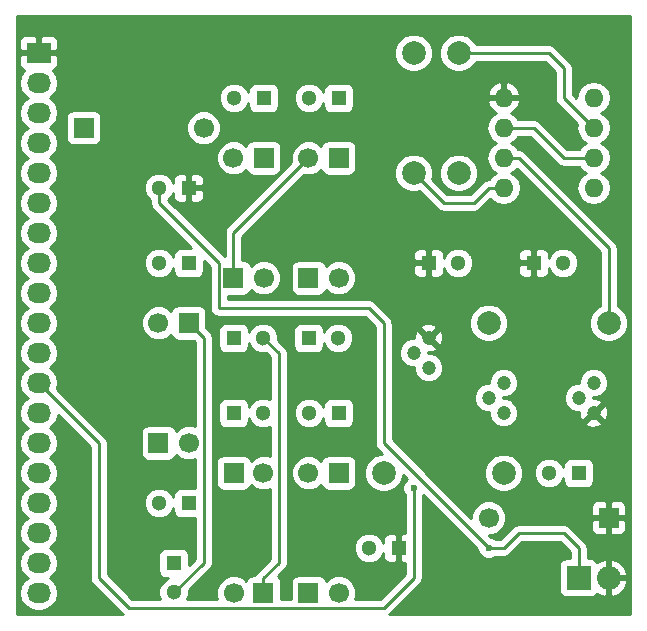
<source format=gbl>
G04 #@! TF.FileFunction,Copper,L2,Bot,Signal*
%FSLAX46Y46*%
G04 Gerber Fmt 4.6, Leading zero omitted, Abs format (unit mm)*
G04 Created by KiCad (PCBNEW 4.0.4+e1-6308~48~ubuntu16.04.1-stable) date Thu Dec  1 18:14:11 2016*
%MOMM*%
%LPD*%
G01*
G04 APERTURE LIST*
%ADD10C,0.100000*%
%ADD11R,2.032000X1.727200*%
%ADD12O,2.032000X1.727200*%
%ADD13C,1.699260*%
%ADD14R,1.699260X1.699260*%
%ADD15C,1.998980*%
%ADD16C,1.200000*%
%ADD17R,1.300000X1.300000*%
%ADD18C,1.300000*%
%ADD19R,2.032000X2.032000*%
%ADD20O,2.032000X2.032000*%
%ADD21O,1.600000X1.600000*%
%ADD22C,0.600000*%
%ADD23C,0.250000*%
%ADD24C,0.254000*%
G04 APERTURE END LIST*
D10*
D11*
X73660000Y-35560000D03*
D12*
X73660000Y-38100000D03*
X73660000Y-40640000D03*
X73660000Y-43180000D03*
X73660000Y-45720000D03*
X73660000Y-48260000D03*
X73660000Y-50800000D03*
X73660000Y-53340000D03*
X73660000Y-55880000D03*
X73660000Y-58420000D03*
X73660000Y-60960000D03*
X73660000Y-63500000D03*
X73660000Y-66040000D03*
X73660000Y-68580000D03*
X73660000Y-71120000D03*
X73660000Y-73660000D03*
X73660000Y-76200000D03*
X73660000Y-78740000D03*
X73660000Y-81280000D03*
D13*
X111759480Y-74932540D03*
D14*
X121919480Y-74932540D03*
D13*
X99062540Y-81280520D03*
D14*
X99062540Y-71120520D03*
D13*
X96517460Y-71119480D03*
D14*
X96517460Y-81279480D03*
D13*
X99062540Y-54610520D03*
D14*
X99062540Y-44450520D03*
D13*
X96517460Y-44449480D03*
D14*
X96517460Y-54609480D03*
D13*
X90167460Y-44449480D03*
D14*
X90167460Y-54609480D03*
D13*
X92712540Y-54610520D03*
D14*
X92712540Y-44450520D03*
D13*
X92707460Y-71119480D03*
D14*
X92707460Y-81279480D03*
D13*
X90172540Y-81280520D03*
D14*
X90172540Y-71120520D03*
D13*
X86362540Y-68580520D03*
D14*
X86362540Y-58420520D03*
D13*
X83817460Y-58419480D03*
D14*
X83817460Y-68579480D03*
D13*
X87630520Y-41907460D03*
D14*
X77470520Y-41907460D03*
D15*
X105410000Y-35560000D03*
X105410000Y-45720000D03*
X109220000Y-35560000D03*
X109220000Y-45720000D03*
X111760000Y-58420000D03*
X121920000Y-58420000D03*
X113030000Y-71120000D03*
X102870000Y-71120000D03*
D16*
X106680000Y-59690000D03*
X105410000Y-60960000D03*
X106680000Y-62230000D03*
X120650000Y-63500000D03*
X119380000Y-64770000D03*
X120650000Y-66040000D03*
X113030000Y-63500000D03*
X111760000Y-64770000D03*
X113030000Y-66040000D03*
D17*
X92710000Y-39370000D03*
D18*
X90210000Y-39370000D03*
D17*
X115570000Y-53340000D03*
D18*
X118070000Y-53340000D03*
D17*
X106680000Y-53340000D03*
D18*
X109180000Y-53340000D03*
D17*
X119380000Y-71120000D03*
D18*
X116880000Y-71120000D03*
D17*
X104140000Y-77470000D03*
D18*
X101640000Y-77470000D03*
D17*
X99060000Y-66040000D03*
D18*
X96560000Y-66040000D03*
D17*
X96520000Y-59690000D03*
D18*
X99020000Y-59690000D03*
D17*
X99060000Y-39370000D03*
D18*
X96560000Y-39370000D03*
D17*
X90170000Y-59690000D03*
D18*
X92670000Y-59690000D03*
D17*
X90170000Y-66040000D03*
D18*
X92670000Y-66040000D03*
D17*
X85090000Y-78740000D03*
D18*
X85090000Y-81240000D03*
D17*
X86360000Y-73660000D03*
D18*
X83860000Y-73660000D03*
D17*
X86360000Y-53340000D03*
D18*
X83860000Y-53340000D03*
D17*
X86360000Y-46990000D03*
D18*
X83860000Y-46990000D03*
D19*
X119380000Y-80010000D03*
D20*
X121920000Y-80010000D03*
D21*
X113030000Y-39370000D03*
X113030000Y-41910000D03*
X113030000Y-44450000D03*
X113030000Y-46990000D03*
X120650000Y-46990000D03*
X120650000Y-44450000D03*
X120650000Y-41910000D03*
X120650000Y-39370000D03*
D22*
X111760000Y-77470000D03*
X105410000Y-72390000D03*
D23*
X120650000Y-44450000D02*
X118110000Y-44450000D01*
X115570000Y-41910000D02*
X113030000Y-41910000D01*
X118110000Y-44450000D02*
X115570000Y-41910000D01*
X90167460Y-54609480D02*
X90167460Y-50799480D01*
X90167460Y-50799480D02*
X96517460Y-44449480D01*
X92707460Y-81279480D02*
X92707460Y-80012540D01*
X93980000Y-61000000D02*
X92670000Y-59690000D01*
X93980000Y-78740000D02*
X93980000Y-61000000D01*
X92707460Y-80012540D02*
X93980000Y-78740000D01*
X85090000Y-81240000D02*
X85130000Y-81240000D01*
X85130000Y-81240000D02*
X87630000Y-78740000D01*
X87630000Y-59687980D02*
X86362540Y-58420520D01*
X87630000Y-78740000D02*
X87630000Y-59687980D01*
X83860000Y-46990000D02*
X83860000Y-48300000D01*
X119380000Y-77470000D02*
X119380000Y-80010000D01*
X118110000Y-76200000D02*
X119380000Y-77470000D01*
X114300000Y-76200000D02*
X118110000Y-76200000D01*
X113030000Y-77470000D02*
X114300000Y-76200000D01*
X111760000Y-77470000D02*
X113030000Y-77470000D01*
X102870000Y-68580000D02*
X111760000Y-77470000D01*
X102870000Y-58420000D02*
X102870000Y-68580000D01*
X101600000Y-57150000D02*
X102870000Y-58420000D01*
X88900000Y-57150000D02*
X101600000Y-57150000D01*
X88900000Y-53340000D02*
X88900000Y-57150000D01*
X83860000Y-48300000D02*
X88900000Y-53340000D01*
X83860000Y-46990000D02*
X83860000Y-47030000D01*
X113030000Y-46990000D02*
X111760000Y-46990000D01*
X107950000Y-48260000D02*
X105410000Y-45720000D01*
X110490000Y-48260000D02*
X107950000Y-48260000D01*
X111760000Y-46990000D02*
X110490000Y-48260000D01*
X78740000Y-68580000D02*
X73660000Y-63500000D01*
X78740000Y-80010000D02*
X78740000Y-68580000D01*
X81280000Y-82550000D02*
X78740000Y-80010000D01*
X102870000Y-82550000D02*
X81280000Y-82550000D01*
X105410000Y-80010000D02*
X102870000Y-82550000D01*
X105410000Y-72390000D02*
X105410000Y-80010000D01*
X109220000Y-35560000D02*
X116840000Y-35560000D01*
X118110000Y-39370000D02*
X120650000Y-41910000D01*
X118110000Y-36830000D02*
X118110000Y-39370000D01*
X116840000Y-35560000D02*
X118110000Y-36830000D01*
X113030000Y-44450000D02*
X114300000Y-44450000D01*
X121920000Y-52070000D02*
X121920000Y-58420000D01*
X114300000Y-44450000D02*
X121920000Y-52070000D01*
D24*
G36*
X123750000Y-83110000D02*
X103373579Y-83110000D01*
X103407401Y-83087401D01*
X105947401Y-80547401D01*
X106112148Y-80300840D01*
X106142153Y-80149995D01*
X106170000Y-80010000D01*
X106170000Y-72954802D01*
X110824878Y-77609680D01*
X110824838Y-77655167D01*
X110966883Y-77998943D01*
X111229673Y-78262192D01*
X111573201Y-78404838D01*
X111945167Y-78405162D01*
X112288943Y-78263117D01*
X112322118Y-78230000D01*
X113030000Y-78230000D01*
X113320839Y-78172148D01*
X113567401Y-78007401D01*
X114614802Y-76960000D01*
X117795198Y-76960000D01*
X118620000Y-77784802D01*
X118620000Y-78346560D01*
X118364000Y-78346560D01*
X118128683Y-78390838D01*
X117912559Y-78529910D01*
X117767569Y-78742110D01*
X117716560Y-78994000D01*
X117716560Y-81026000D01*
X117760838Y-81261317D01*
X117899910Y-81477441D01*
X118112110Y-81622431D01*
X118364000Y-81673440D01*
X120396000Y-81673440D01*
X120631317Y-81629162D01*
X120847441Y-81490090D01*
X120947856Y-81343128D01*
X120951621Y-81347188D01*
X121537054Y-81615983D01*
X121793000Y-81497367D01*
X121793000Y-80137000D01*
X122047000Y-80137000D01*
X122047000Y-81497367D01*
X122302946Y-81615983D01*
X122888379Y-81347188D01*
X123326385Y-80874818D01*
X123525975Y-80392944D01*
X123406836Y-80137000D01*
X122047000Y-80137000D01*
X121793000Y-80137000D01*
X121773000Y-80137000D01*
X121773000Y-79883000D01*
X121793000Y-79883000D01*
X121793000Y-78522633D01*
X122047000Y-78522633D01*
X122047000Y-79883000D01*
X123406836Y-79883000D01*
X123525975Y-79627056D01*
X123326385Y-79145182D01*
X122888379Y-78672812D01*
X122302946Y-78404017D01*
X122047000Y-78522633D01*
X121793000Y-78522633D01*
X121537054Y-78404017D01*
X120951621Y-78672812D01*
X120947066Y-78677724D01*
X120860090Y-78542559D01*
X120647890Y-78397569D01*
X120396000Y-78346560D01*
X120140000Y-78346560D01*
X120140000Y-77470000D01*
X120102843Y-77283201D01*
X120082148Y-77179160D01*
X119917401Y-76932599D01*
X118647401Y-75662599D01*
X118400839Y-75497852D01*
X118110000Y-75440000D01*
X114300000Y-75440000D01*
X114009160Y-75497852D01*
X113762599Y-75662599D01*
X112715198Y-76710000D01*
X112322463Y-76710000D01*
X112290327Y-76677808D01*
X111946799Y-76535162D01*
X111899923Y-76535121D01*
X111781993Y-76417191D01*
X112053496Y-76417428D01*
X112599357Y-76191882D01*
X113017354Y-75774614D01*
X113243852Y-75229147D01*
X113243861Y-75218290D01*
X120434850Y-75218290D01*
X120434850Y-75908480D01*
X120531523Y-76141869D01*
X120710152Y-76320497D01*
X120943541Y-76417170D01*
X121633730Y-76417170D01*
X121792480Y-76258420D01*
X121792480Y-75059540D01*
X122046480Y-75059540D01*
X122046480Y-76258420D01*
X122205230Y-76417170D01*
X122895419Y-76417170D01*
X123128808Y-76320497D01*
X123307437Y-76141869D01*
X123404110Y-75908480D01*
X123404110Y-75218290D01*
X123245360Y-75059540D01*
X122046480Y-75059540D01*
X121792480Y-75059540D01*
X120593600Y-75059540D01*
X120434850Y-75218290D01*
X113243861Y-75218290D01*
X113244368Y-74638524D01*
X113018822Y-74092663D01*
X112882997Y-73956600D01*
X120434850Y-73956600D01*
X120434850Y-74646790D01*
X120593600Y-74805540D01*
X121792480Y-74805540D01*
X121792480Y-73606660D01*
X122046480Y-73606660D01*
X122046480Y-74805540D01*
X123245360Y-74805540D01*
X123404110Y-74646790D01*
X123404110Y-73956600D01*
X123307437Y-73723211D01*
X123128808Y-73544583D01*
X122895419Y-73447910D01*
X122205230Y-73447910D01*
X122046480Y-73606660D01*
X121792480Y-73606660D01*
X121633730Y-73447910D01*
X120943541Y-73447910D01*
X120710152Y-73544583D01*
X120531523Y-73723211D01*
X120434850Y-73956600D01*
X112882997Y-73956600D01*
X112601554Y-73674666D01*
X112056087Y-73448168D01*
X111465464Y-73447652D01*
X110919603Y-73673198D01*
X110501606Y-74090466D01*
X110275108Y-74635933D01*
X110274869Y-74910067D01*
X106808496Y-71443694D01*
X111395226Y-71443694D01*
X111643538Y-72044655D01*
X112102927Y-72504846D01*
X112703453Y-72754206D01*
X113353694Y-72754774D01*
X113954655Y-72506462D01*
X114414846Y-72047073D01*
X114664206Y-71446547D01*
X114664268Y-71374481D01*
X115594777Y-71374481D01*
X115789995Y-71846943D01*
X116151155Y-72208735D01*
X116623276Y-72404777D01*
X117134481Y-72405223D01*
X117606943Y-72210005D01*
X117968735Y-71848845D01*
X118082560Y-71574724D01*
X118082560Y-71770000D01*
X118126838Y-72005317D01*
X118265910Y-72221441D01*
X118478110Y-72366431D01*
X118730000Y-72417440D01*
X120030000Y-72417440D01*
X120265317Y-72373162D01*
X120481441Y-72234090D01*
X120626431Y-72021890D01*
X120677440Y-71770000D01*
X120677440Y-70470000D01*
X120633162Y-70234683D01*
X120494090Y-70018559D01*
X120281890Y-69873569D01*
X120030000Y-69822560D01*
X118730000Y-69822560D01*
X118494683Y-69866838D01*
X118278559Y-70005910D01*
X118133569Y-70218110D01*
X118082560Y-70470000D01*
X118082560Y-70665460D01*
X117970005Y-70393057D01*
X117608845Y-70031265D01*
X117136724Y-69835223D01*
X116625519Y-69834777D01*
X116153057Y-70029995D01*
X115791265Y-70391155D01*
X115595223Y-70863276D01*
X115594777Y-71374481D01*
X114664268Y-71374481D01*
X114664774Y-70796306D01*
X114416462Y-70195345D01*
X113957073Y-69735154D01*
X113356547Y-69485794D01*
X112706306Y-69485226D01*
X112105345Y-69733538D01*
X111645154Y-70192927D01*
X111395794Y-70793453D01*
X111395226Y-71443694D01*
X106808496Y-71443694D01*
X103630000Y-68265198D01*
X103630000Y-65014579D01*
X110524786Y-65014579D01*
X110712408Y-65468657D01*
X111059515Y-65816371D01*
X111513266Y-66004785D01*
X111795030Y-66005031D01*
X111794786Y-66284579D01*
X111982408Y-66738657D01*
X112329515Y-67086371D01*
X112783266Y-67274785D01*
X113274579Y-67275214D01*
X113728657Y-67087592D01*
X113913837Y-66902735D01*
X119966870Y-66902735D01*
X120016383Y-67128164D01*
X120481036Y-67287807D01*
X120971413Y-67257482D01*
X121283617Y-67128164D01*
X121333130Y-66902735D01*
X120650000Y-66219605D01*
X119966870Y-66902735D01*
X113913837Y-66902735D01*
X114076371Y-66740485D01*
X114264785Y-66286734D01*
X114265214Y-65795421D01*
X114077592Y-65341343D01*
X113751399Y-65014579D01*
X118144786Y-65014579D01*
X118332408Y-65468657D01*
X118679515Y-65816371D01*
X119133266Y-66004785D01*
X119410479Y-66005027D01*
X119432518Y-66361413D01*
X119561836Y-66673617D01*
X119787265Y-66723130D01*
X120470395Y-66040000D01*
X120829605Y-66040000D01*
X121512735Y-66723130D01*
X121738164Y-66673617D01*
X121897807Y-66208964D01*
X121867482Y-65718587D01*
X121738164Y-65406383D01*
X121512735Y-65356870D01*
X120829605Y-66040000D01*
X120470395Y-66040000D01*
X120456253Y-66025858D01*
X120635858Y-65846253D01*
X120650000Y-65860395D01*
X121333130Y-65177265D01*
X121283617Y-64951836D01*
X120818964Y-64792193D01*
X120614970Y-64804808D01*
X120615031Y-64734970D01*
X120894579Y-64735214D01*
X121348657Y-64547592D01*
X121696371Y-64200485D01*
X121884785Y-63746734D01*
X121885214Y-63255421D01*
X121697592Y-62801343D01*
X121350485Y-62453629D01*
X120896734Y-62265215D01*
X120405421Y-62264786D01*
X119951343Y-62452408D01*
X119603629Y-62799515D01*
X119415215Y-63253266D01*
X119414969Y-63535030D01*
X119135421Y-63534786D01*
X118681343Y-63722408D01*
X118333629Y-64069515D01*
X118145215Y-64523266D01*
X118144786Y-65014579D01*
X113751399Y-65014579D01*
X113730485Y-64993629D01*
X113276734Y-64805215D01*
X112994970Y-64804969D01*
X112995031Y-64734970D01*
X113274579Y-64735214D01*
X113728657Y-64547592D01*
X114076371Y-64200485D01*
X114264785Y-63746734D01*
X114265214Y-63255421D01*
X114077592Y-62801343D01*
X113730485Y-62453629D01*
X113276734Y-62265215D01*
X112785421Y-62264786D01*
X112331343Y-62452408D01*
X111983629Y-62799515D01*
X111795215Y-63253266D01*
X111794969Y-63535030D01*
X111515421Y-63534786D01*
X111061343Y-63722408D01*
X110713629Y-64069515D01*
X110525215Y-64523266D01*
X110524786Y-65014579D01*
X103630000Y-65014579D01*
X103630000Y-61204579D01*
X104174786Y-61204579D01*
X104362408Y-61658657D01*
X104709515Y-62006371D01*
X105163266Y-62194785D01*
X105445030Y-62195031D01*
X105444786Y-62474579D01*
X105632408Y-62928657D01*
X105979515Y-63276371D01*
X106433266Y-63464785D01*
X106924579Y-63465214D01*
X107378657Y-63277592D01*
X107726371Y-62930485D01*
X107914785Y-62476734D01*
X107915214Y-61985421D01*
X107727592Y-61531343D01*
X107380485Y-61183629D01*
X106926734Y-60995215D01*
X106644970Y-60994969D01*
X106645027Y-60929521D01*
X107001413Y-60907482D01*
X107313617Y-60778164D01*
X107363130Y-60552735D01*
X106680000Y-59869605D01*
X106665858Y-59883748D01*
X106486253Y-59704143D01*
X106500395Y-59690000D01*
X106859605Y-59690000D01*
X107542735Y-60373130D01*
X107768164Y-60323617D01*
X107927807Y-59858964D01*
X107897482Y-59368587D01*
X107768164Y-59056383D01*
X107542735Y-59006870D01*
X106859605Y-59690000D01*
X106500395Y-59690000D01*
X105817265Y-59006870D01*
X105591836Y-59056383D01*
X105432193Y-59521036D01*
X105444808Y-59725030D01*
X105165421Y-59724786D01*
X104711343Y-59912408D01*
X104363629Y-60259515D01*
X104175215Y-60713266D01*
X104174786Y-61204579D01*
X103630000Y-61204579D01*
X103630000Y-58827265D01*
X105996870Y-58827265D01*
X106680000Y-59510395D01*
X107363130Y-58827265D01*
X107344775Y-58743694D01*
X110125226Y-58743694D01*
X110373538Y-59344655D01*
X110832927Y-59804846D01*
X111433453Y-60054206D01*
X112083694Y-60054774D01*
X112684655Y-59806462D01*
X113144846Y-59347073D01*
X113394206Y-58746547D01*
X113394774Y-58096306D01*
X113146462Y-57495345D01*
X112687073Y-57035154D01*
X112086547Y-56785794D01*
X111436306Y-56785226D01*
X110835345Y-57033538D01*
X110375154Y-57492927D01*
X110125794Y-58093453D01*
X110125226Y-58743694D01*
X107344775Y-58743694D01*
X107313617Y-58601836D01*
X106848964Y-58442193D01*
X106358587Y-58472518D01*
X106046383Y-58601836D01*
X105996870Y-58827265D01*
X103630000Y-58827265D01*
X103630000Y-58420000D01*
X103624542Y-58392560D01*
X103572148Y-58129160D01*
X103407401Y-57882599D01*
X102137401Y-56612599D01*
X101890839Y-56447852D01*
X101600000Y-56390000D01*
X89660000Y-56390000D01*
X89660000Y-56106550D01*
X91017090Y-56106550D01*
X91252407Y-56062272D01*
X91468531Y-55923200D01*
X91613521Y-55711000D01*
X91630356Y-55627865D01*
X91870466Y-55868394D01*
X92415933Y-56094892D01*
X93006556Y-56095408D01*
X93552417Y-55869862D01*
X93970414Y-55452594D01*
X94196912Y-54907127D01*
X94197428Y-54316504D01*
X93971882Y-53770643D01*
X93961108Y-53759850D01*
X95020390Y-53759850D01*
X95020390Y-55459110D01*
X95064668Y-55694427D01*
X95203740Y-55910551D01*
X95415940Y-56055541D01*
X95667830Y-56106550D01*
X97367090Y-56106550D01*
X97602407Y-56062272D01*
X97818531Y-55923200D01*
X97963521Y-55711000D01*
X97980356Y-55627865D01*
X98220466Y-55868394D01*
X98765933Y-56094892D01*
X99356556Y-56095408D01*
X99902417Y-55869862D01*
X100320414Y-55452594D01*
X100546912Y-54907127D01*
X100547428Y-54316504D01*
X100321882Y-53770643D01*
X100177242Y-53625750D01*
X105395000Y-53625750D01*
X105395000Y-54116310D01*
X105491673Y-54349699D01*
X105670302Y-54528327D01*
X105903691Y-54625000D01*
X106394250Y-54625000D01*
X106553000Y-54466250D01*
X106553000Y-53467000D01*
X105553750Y-53467000D01*
X105395000Y-53625750D01*
X100177242Y-53625750D01*
X99904614Y-53352646D01*
X99359147Y-53126148D01*
X98768524Y-53125632D01*
X98222663Y-53351178D01*
X97982705Y-53590717D01*
X97970252Y-53524533D01*
X97831180Y-53308409D01*
X97618980Y-53163419D01*
X97367090Y-53112410D01*
X95667830Y-53112410D01*
X95432513Y-53156688D01*
X95216389Y-53295760D01*
X95071399Y-53507960D01*
X95020390Y-53759850D01*
X93961108Y-53759850D01*
X93554614Y-53352646D01*
X93009147Y-53126148D01*
X92418524Y-53125632D01*
X91872663Y-53351178D01*
X91632705Y-53590717D01*
X91620252Y-53524533D01*
X91481180Y-53308409D01*
X91268980Y-53163419D01*
X91017090Y-53112410D01*
X90927460Y-53112410D01*
X90927460Y-52563690D01*
X105395000Y-52563690D01*
X105395000Y-53054250D01*
X105553750Y-53213000D01*
X106553000Y-53213000D01*
X106553000Y-52213750D01*
X106807000Y-52213750D01*
X106807000Y-53213000D01*
X106827000Y-53213000D01*
X106827000Y-53467000D01*
X106807000Y-53467000D01*
X106807000Y-54466250D01*
X106965750Y-54625000D01*
X107456309Y-54625000D01*
X107689698Y-54528327D01*
X107868327Y-54349699D01*
X107965000Y-54116310D01*
X107965000Y-53764433D01*
X108089995Y-54066943D01*
X108451155Y-54428735D01*
X108923276Y-54624777D01*
X109434481Y-54625223D01*
X109906943Y-54430005D01*
X110268735Y-54068845D01*
X110452724Y-53625750D01*
X114285000Y-53625750D01*
X114285000Y-54116310D01*
X114381673Y-54349699D01*
X114560302Y-54528327D01*
X114793691Y-54625000D01*
X115284250Y-54625000D01*
X115443000Y-54466250D01*
X115443000Y-53467000D01*
X114443750Y-53467000D01*
X114285000Y-53625750D01*
X110452724Y-53625750D01*
X110464777Y-53596724D01*
X110465223Y-53085519D01*
X110270005Y-52613057D01*
X110220725Y-52563690D01*
X114285000Y-52563690D01*
X114285000Y-53054250D01*
X114443750Y-53213000D01*
X115443000Y-53213000D01*
X115443000Y-52213750D01*
X115697000Y-52213750D01*
X115697000Y-53213000D01*
X115717000Y-53213000D01*
X115717000Y-53467000D01*
X115697000Y-53467000D01*
X115697000Y-54466250D01*
X115855750Y-54625000D01*
X116346309Y-54625000D01*
X116579698Y-54528327D01*
X116758327Y-54349699D01*
X116855000Y-54116310D01*
X116855000Y-53764433D01*
X116979995Y-54066943D01*
X117341155Y-54428735D01*
X117813276Y-54624777D01*
X118324481Y-54625223D01*
X118796943Y-54430005D01*
X119158735Y-54068845D01*
X119354777Y-53596724D01*
X119355223Y-53085519D01*
X119160005Y-52613057D01*
X118798845Y-52251265D01*
X118326724Y-52055223D01*
X117815519Y-52054777D01*
X117343057Y-52249995D01*
X116981265Y-52611155D01*
X116855000Y-52915235D01*
X116855000Y-52563690D01*
X116758327Y-52330301D01*
X116579698Y-52151673D01*
X116346309Y-52055000D01*
X115855750Y-52055000D01*
X115697000Y-52213750D01*
X115443000Y-52213750D01*
X115284250Y-52055000D01*
X114793691Y-52055000D01*
X114560302Y-52151673D01*
X114381673Y-52330301D01*
X114285000Y-52563690D01*
X110220725Y-52563690D01*
X109908845Y-52251265D01*
X109436724Y-52055223D01*
X108925519Y-52054777D01*
X108453057Y-52249995D01*
X108091265Y-52611155D01*
X107965000Y-52915235D01*
X107965000Y-52563690D01*
X107868327Y-52330301D01*
X107689698Y-52151673D01*
X107456309Y-52055000D01*
X106965750Y-52055000D01*
X106807000Y-52213750D01*
X106553000Y-52213750D01*
X106394250Y-52055000D01*
X105903691Y-52055000D01*
X105670302Y-52151673D01*
X105491673Y-52330301D01*
X105395000Y-52563690D01*
X90927460Y-52563690D01*
X90927460Y-51114282D01*
X95998048Y-46043694D01*
X103775226Y-46043694D01*
X104023538Y-46644655D01*
X104482927Y-47104846D01*
X105083453Y-47354206D01*
X105733694Y-47354774D01*
X105900889Y-47285691D01*
X107412599Y-48797401D01*
X107659160Y-48962148D01*
X107707414Y-48971746D01*
X107950000Y-49020000D01*
X110490000Y-49020000D01*
X110780839Y-48962148D01*
X111027401Y-48797401D01*
X111920264Y-47904538D01*
X111987189Y-48004698D01*
X112452736Y-48315767D01*
X113001887Y-48425000D01*
X113058113Y-48425000D01*
X113607264Y-48315767D01*
X114072811Y-48004698D01*
X114383880Y-47539151D01*
X114493113Y-46990000D01*
X114383880Y-46440849D01*
X114072811Y-45975302D01*
X113690725Y-45720000D01*
X114072811Y-45464698D01*
X114139736Y-45364538D01*
X121160000Y-52384802D01*
X121160000Y-56965504D01*
X120995345Y-57033538D01*
X120535154Y-57492927D01*
X120285794Y-58093453D01*
X120285226Y-58743694D01*
X120533538Y-59344655D01*
X120992927Y-59804846D01*
X121593453Y-60054206D01*
X122243694Y-60054774D01*
X122844655Y-59806462D01*
X123304846Y-59347073D01*
X123554206Y-58746547D01*
X123554774Y-58096306D01*
X123306462Y-57495345D01*
X122847073Y-57035154D01*
X122680000Y-56965779D01*
X122680000Y-52070000D01*
X122657219Y-51955474D01*
X122622148Y-51779160D01*
X122457401Y-51532599D01*
X114837401Y-43912599D01*
X114590839Y-43747852D01*
X114300000Y-43690000D01*
X114242995Y-43690000D01*
X114072811Y-43435302D01*
X113690725Y-43180000D01*
X114072811Y-42924698D01*
X114242995Y-42670000D01*
X115255198Y-42670000D01*
X117572599Y-44987401D01*
X117819160Y-45152148D01*
X117867414Y-45161746D01*
X118110000Y-45210000D01*
X119437005Y-45210000D01*
X119607189Y-45464698D01*
X119989275Y-45720000D01*
X119607189Y-45975302D01*
X119296120Y-46440849D01*
X119186887Y-46990000D01*
X119296120Y-47539151D01*
X119607189Y-48004698D01*
X120072736Y-48315767D01*
X120621887Y-48425000D01*
X120678113Y-48425000D01*
X121227264Y-48315767D01*
X121692811Y-48004698D01*
X122003880Y-47539151D01*
X122113113Y-46990000D01*
X122003880Y-46440849D01*
X121692811Y-45975302D01*
X121310725Y-45720000D01*
X121692811Y-45464698D01*
X122003880Y-44999151D01*
X122113113Y-44450000D01*
X122003880Y-43900849D01*
X121692811Y-43435302D01*
X121310725Y-43180000D01*
X121692811Y-42924698D01*
X122003880Y-42459151D01*
X122113113Y-41910000D01*
X122003880Y-41360849D01*
X121692811Y-40895302D01*
X121310725Y-40640000D01*
X121692811Y-40384698D01*
X122003880Y-39919151D01*
X122113113Y-39370000D01*
X122003880Y-38820849D01*
X121692811Y-38355302D01*
X121227264Y-38044233D01*
X120678113Y-37935000D01*
X120621887Y-37935000D01*
X120072736Y-38044233D01*
X119607189Y-38355302D01*
X119296120Y-38820849D01*
X119186887Y-39370000D01*
X119187405Y-39372603D01*
X118870000Y-39055198D01*
X118870000Y-36830000D01*
X118812148Y-36539161D01*
X118812148Y-36539160D01*
X118647401Y-36292599D01*
X117377401Y-35022599D01*
X117130839Y-34857852D01*
X116840000Y-34800000D01*
X110674496Y-34800000D01*
X110606462Y-34635345D01*
X110147073Y-34175154D01*
X109546547Y-33925794D01*
X108896306Y-33925226D01*
X108295345Y-34173538D01*
X107835154Y-34632927D01*
X107585794Y-35233453D01*
X107585226Y-35883694D01*
X107833538Y-36484655D01*
X108292927Y-36944846D01*
X108893453Y-37194206D01*
X109543694Y-37194774D01*
X110144655Y-36946462D01*
X110604846Y-36487073D01*
X110674221Y-36320000D01*
X116525198Y-36320000D01*
X117350000Y-37144802D01*
X117350000Y-39370000D01*
X117407852Y-39660839D01*
X117572599Y-39907401D01*
X119251312Y-41586114D01*
X119186887Y-41910000D01*
X119296120Y-42459151D01*
X119607189Y-42924698D01*
X119989275Y-43180000D01*
X119607189Y-43435302D01*
X119437005Y-43690000D01*
X118424802Y-43690000D01*
X116107401Y-41372599D01*
X115860839Y-41207852D01*
X115570000Y-41150000D01*
X114242995Y-41150000D01*
X114072811Y-40895302D01*
X113668297Y-40625014D01*
X113885134Y-40522389D01*
X114261041Y-40107423D01*
X114421904Y-39719039D01*
X114299915Y-39497000D01*
X113157000Y-39497000D01*
X113157000Y-39517000D01*
X112903000Y-39517000D01*
X112903000Y-39497000D01*
X111760085Y-39497000D01*
X111638096Y-39719039D01*
X111798959Y-40107423D01*
X112174866Y-40522389D01*
X112391703Y-40625014D01*
X111987189Y-40895302D01*
X111676120Y-41360849D01*
X111566887Y-41910000D01*
X111676120Y-42459151D01*
X111987189Y-42924698D01*
X112369275Y-43180000D01*
X111987189Y-43435302D01*
X111676120Y-43900849D01*
X111566887Y-44450000D01*
X111676120Y-44999151D01*
X111987189Y-45464698D01*
X112369275Y-45720000D01*
X111987189Y-45975302D01*
X111817005Y-46230000D01*
X111760000Y-46230000D01*
X111469160Y-46287852D01*
X111222599Y-46452599D01*
X110175198Y-47500000D01*
X108264802Y-47500000D01*
X106975885Y-46211083D01*
X107044206Y-46046547D01*
X107044208Y-46043694D01*
X107585226Y-46043694D01*
X107833538Y-46644655D01*
X108292927Y-47104846D01*
X108893453Y-47354206D01*
X109543694Y-47354774D01*
X110144655Y-47106462D01*
X110604846Y-46647073D01*
X110854206Y-46046547D01*
X110854774Y-45396306D01*
X110606462Y-44795345D01*
X110147073Y-44335154D01*
X109546547Y-44085794D01*
X108896306Y-44085226D01*
X108295345Y-44333538D01*
X107835154Y-44792927D01*
X107585794Y-45393453D01*
X107585226Y-46043694D01*
X107044208Y-46043694D01*
X107044774Y-45396306D01*
X106796462Y-44795345D01*
X106337073Y-44335154D01*
X105736547Y-44085794D01*
X105086306Y-44085226D01*
X104485345Y-44333538D01*
X104025154Y-44792927D01*
X103775794Y-45393453D01*
X103775226Y-46043694D01*
X95998048Y-46043694D01*
X96141034Y-45900708D01*
X96220853Y-45933852D01*
X96811476Y-45934368D01*
X97357337Y-45708822D01*
X97597295Y-45469283D01*
X97609748Y-45535467D01*
X97748820Y-45751591D01*
X97961020Y-45896581D01*
X98212910Y-45947590D01*
X99912170Y-45947590D01*
X100147487Y-45903312D01*
X100363611Y-45764240D01*
X100508601Y-45552040D01*
X100559610Y-45300150D01*
X100559610Y-43600890D01*
X100515332Y-43365573D01*
X100376260Y-43149449D01*
X100164060Y-43004459D01*
X99912170Y-42953450D01*
X98212910Y-42953450D01*
X97977593Y-42997728D01*
X97761469Y-43136800D01*
X97616479Y-43349000D01*
X97599644Y-43432135D01*
X97359534Y-43191606D01*
X96814067Y-42965108D01*
X96223444Y-42964592D01*
X95677583Y-43190138D01*
X95259586Y-43607406D01*
X95033088Y-44152873D01*
X95032572Y-44743496D01*
X95066509Y-44825629D01*
X89630059Y-50262079D01*
X89465312Y-50508641D01*
X89407460Y-50799480D01*
X89407460Y-52772658D01*
X84650931Y-48016129D01*
X84948735Y-47718845D01*
X85075000Y-47414765D01*
X85075000Y-47766310D01*
X85171673Y-47999699D01*
X85350302Y-48178327D01*
X85583691Y-48275000D01*
X86074250Y-48275000D01*
X86233000Y-48116250D01*
X86233000Y-47117000D01*
X86487000Y-47117000D01*
X86487000Y-48116250D01*
X86645750Y-48275000D01*
X87136309Y-48275000D01*
X87369698Y-48178327D01*
X87548327Y-47999699D01*
X87645000Y-47766310D01*
X87645000Y-47275750D01*
X87486250Y-47117000D01*
X86487000Y-47117000D01*
X86233000Y-47117000D01*
X86213000Y-47117000D01*
X86213000Y-46863000D01*
X86233000Y-46863000D01*
X86233000Y-45863750D01*
X86487000Y-45863750D01*
X86487000Y-46863000D01*
X87486250Y-46863000D01*
X87645000Y-46704250D01*
X87645000Y-46213690D01*
X87548327Y-45980301D01*
X87369698Y-45801673D01*
X87136309Y-45705000D01*
X86645750Y-45705000D01*
X86487000Y-45863750D01*
X86233000Y-45863750D01*
X86074250Y-45705000D01*
X85583691Y-45705000D01*
X85350302Y-45801673D01*
X85171673Y-45980301D01*
X85075000Y-46213690D01*
X85075000Y-46565567D01*
X84950005Y-46263057D01*
X84588845Y-45901265D01*
X84116724Y-45705223D01*
X83605519Y-45704777D01*
X83133057Y-45899995D01*
X82771265Y-46261155D01*
X82575223Y-46733276D01*
X82574777Y-47244481D01*
X82769995Y-47716943D01*
X83100000Y-48047525D01*
X83100000Y-48300000D01*
X83157852Y-48590839D01*
X83322599Y-48837401D01*
X86527758Y-52042560D01*
X85710000Y-52042560D01*
X85474683Y-52086838D01*
X85258559Y-52225910D01*
X85113569Y-52438110D01*
X85062560Y-52690000D01*
X85062560Y-52885460D01*
X84950005Y-52613057D01*
X84588845Y-52251265D01*
X84116724Y-52055223D01*
X83605519Y-52054777D01*
X83133057Y-52249995D01*
X82771265Y-52611155D01*
X82575223Y-53083276D01*
X82574777Y-53594481D01*
X82769995Y-54066943D01*
X83131155Y-54428735D01*
X83603276Y-54624777D01*
X84114481Y-54625223D01*
X84586943Y-54430005D01*
X84948735Y-54068845D01*
X85062560Y-53794724D01*
X85062560Y-53990000D01*
X85106838Y-54225317D01*
X85245910Y-54441441D01*
X85458110Y-54586431D01*
X85710000Y-54637440D01*
X87010000Y-54637440D01*
X87245317Y-54593162D01*
X87461441Y-54454090D01*
X87606431Y-54241890D01*
X87657440Y-53990000D01*
X87657440Y-53172242D01*
X88140000Y-53654802D01*
X88140000Y-57150000D01*
X88197852Y-57440839D01*
X88362599Y-57687401D01*
X88609161Y-57852148D01*
X88900000Y-57910000D01*
X101285198Y-57910000D01*
X102110000Y-58734802D01*
X102110000Y-68580000D01*
X102167852Y-68870839D01*
X102332599Y-69117401D01*
X102700559Y-69485361D01*
X102546306Y-69485226D01*
X101945345Y-69733538D01*
X101485154Y-70192927D01*
X101235794Y-70793453D01*
X101235226Y-71443694D01*
X101483538Y-72044655D01*
X101942927Y-72504846D01*
X102543453Y-72754206D01*
X103193694Y-72754774D01*
X103794655Y-72506462D01*
X104254846Y-72047073D01*
X104504206Y-71446547D01*
X104504343Y-71289145D01*
X104846539Y-71631341D01*
X104617808Y-71859673D01*
X104475162Y-72203201D01*
X104474838Y-72575167D01*
X104616883Y-72918943D01*
X104650000Y-72952118D01*
X104650000Y-76185000D01*
X104425750Y-76185000D01*
X104267000Y-76343750D01*
X104267000Y-77343000D01*
X104287000Y-77343000D01*
X104287000Y-77597000D01*
X104267000Y-77597000D01*
X104267000Y-78596250D01*
X104425750Y-78755000D01*
X104650000Y-78755000D01*
X104650000Y-79695198D01*
X102555198Y-81790000D01*
X100458519Y-81790000D01*
X100546912Y-81577127D01*
X100547428Y-80986504D01*
X100321882Y-80440643D01*
X99904614Y-80022646D01*
X99359147Y-79796148D01*
X98768524Y-79795632D01*
X98222663Y-80021178D01*
X97982705Y-80260717D01*
X97970252Y-80194533D01*
X97831180Y-79978409D01*
X97618980Y-79833419D01*
X97367090Y-79782410D01*
X95667830Y-79782410D01*
X95432513Y-79826688D01*
X95216389Y-79965760D01*
X95071399Y-80177960D01*
X95020390Y-80429850D01*
X95020390Y-81790000D01*
X94204530Y-81790000D01*
X94204530Y-80429850D01*
X94160252Y-80194533D01*
X94021180Y-79978409D01*
X93899520Y-79895282D01*
X94517401Y-79277401D01*
X94682148Y-79030840D01*
X94740000Y-78740000D01*
X94740000Y-77724481D01*
X100354777Y-77724481D01*
X100549995Y-78196943D01*
X100911155Y-78558735D01*
X101383276Y-78754777D01*
X101894481Y-78755223D01*
X102366943Y-78560005D01*
X102728735Y-78198845D01*
X102855000Y-77894765D01*
X102855000Y-78246310D01*
X102951673Y-78479699D01*
X103130302Y-78658327D01*
X103363691Y-78755000D01*
X103854250Y-78755000D01*
X104013000Y-78596250D01*
X104013000Y-77597000D01*
X103993000Y-77597000D01*
X103993000Y-77343000D01*
X104013000Y-77343000D01*
X104013000Y-76343750D01*
X103854250Y-76185000D01*
X103363691Y-76185000D01*
X103130302Y-76281673D01*
X102951673Y-76460301D01*
X102855000Y-76693690D01*
X102855000Y-77045567D01*
X102730005Y-76743057D01*
X102368845Y-76381265D01*
X101896724Y-76185223D01*
X101385519Y-76184777D01*
X100913057Y-76379995D01*
X100551265Y-76741155D01*
X100355223Y-77213276D01*
X100354777Y-77724481D01*
X94740000Y-77724481D01*
X94740000Y-71413496D01*
X95032572Y-71413496D01*
X95258118Y-71959357D01*
X95675386Y-72377354D01*
X96220853Y-72603852D01*
X96811476Y-72604368D01*
X97357337Y-72378822D01*
X97597295Y-72139283D01*
X97609748Y-72205467D01*
X97748820Y-72421591D01*
X97961020Y-72566581D01*
X98212910Y-72617590D01*
X99912170Y-72617590D01*
X100147487Y-72573312D01*
X100363611Y-72434240D01*
X100508601Y-72222040D01*
X100559610Y-71970150D01*
X100559610Y-70270890D01*
X100515332Y-70035573D01*
X100376260Y-69819449D01*
X100164060Y-69674459D01*
X99912170Y-69623450D01*
X98212910Y-69623450D01*
X97977593Y-69667728D01*
X97761469Y-69806800D01*
X97616479Y-70019000D01*
X97599644Y-70102135D01*
X97359534Y-69861606D01*
X96814067Y-69635108D01*
X96223444Y-69634592D01*
X95677583Y-69860138D01*
X95259586Y-70277406D01*
X95033088Y-70822873D01*
X95032572Y-71413496D01*
X94740000Y-71413496D01*
X94740000Y-66294481D01*
X95274777Y-66294481D01*
X95469995Y-66766943D01*
X95831155Y-67128735D01*
X96303276Y-67324777D01*
X96814481Y-67325223D01*
X97286943Y-67130005D01*
X97648735Y-66768845D01*
X97762560Y-66494724D01*
X97762560Y-66690000D01*
X97806838Y-66925317D01*
X97945910Y-67141441D01*
X98158110Y-67286431D01*
X98410000Y-67337440D01*
X99710000Y-67337440D01*
X99945317Y-67293162D01*
X100161441Y-67154090D01*
X100306431Y-66941890D01*
X100357440Y-66690000D01*
X100357440Y-65390000D01*
X100313162Y-65154683D01*
X100174090Y-64938559D01*
X99961890Y-64793569D01*
X99710000Y-64742560D01*
X98410000Y-64742560D01*
X98174683Y-64786838D01*
X97958559Y-64925910D01*
X97813569Y-65138110D01*
X97762560Y-65390000D01*
X97762560Y-65585460D01*
X97650005Y-65313057D01*
X97288845Y-64951265D01*
X96816724Y-64755223D01*
X96305519Y-64754777D01*
X95833057Y-64949995D01*
X95471265Y-65311155D01*
X95275223Y-65783276D01*
X95274777Y-66294481D01*
X94740000Y-66294481D01*
X94740000Y-61000000D01*
X94682148Y-60709161D01*
X94517401Y-60462599D01*
X93954818Y-59900016D01*
X93955223Y-59435519D01*
X93791798Y-59040000D01*
X95222560Y-59040000D01*
X95222560Y-60340000D01*
X95266838Y-60575317D01*
X95405910Y-60791441D01*
X95618110Y-60936431D01*
X95870000Y-60987440D01*
X97170000Y-60987440D01*
X97405317Y-60943162D01*
X97621441Y-60804090D01*
X97766431Y-60591890D01*
X97817440Y-60340000D01*
X97817440Y-60144540D01*
X97929995Y-60416943D01*
X98291155Y-60778735D01*
X98763276Y-60974777D01*
X99274481Y-60975223D01*
X99746943Y-60780005D01*
X100108735Y-60418845D01*
X100304777Y-59946724D01*
X100305223Y-59435519D01*
X100110005Y-58963057D01*
X99748845Y-58601265D01*
X99276724Y-58405223D01*
X98765519Y-58404777D01*
X98293057Y-58599995D01*
X97931265Y-58961155D01*
X97817440Y-59235276D01*
X97817440Y-59040000D01*
X97773162Y-58804683D01*
X97634090Y-58588559D01*
X97421890Y-58443569D01*
X97170000Y-58392560D01*
X95870000Y-58392560D01*
X95634683Y-58436838D01*
X95418559Y-58575910D01*
X95273569Y-58788110D01*
X95222560Y-59040000D01*
X93791798Y-59040000D01*
X93760005Y-58963057D01*
X93398845Y-58601265D01*
X92926724Y-58405223D01*
X92415519Y-58404777D01*
X91943057Y-58599995D01*
X91581265Y-58961155D01*
X91467440Y-59235276D01*
X91467440Y-59040000D01*
X91423162Y-58804683D01*
X91284090Y-58588559D01*
X91071890Y-58443569D01*
X90820000Y-58392560D01*
X89520000Y-58392560D01*
X89284683Y-58436838D01*
X89068559Y-58575910D01*
X88923569Y-58788110D01*
X88872560Y-59040000D01*
X88872560Y-60340000D01*
X88916838Y-60575317D01*
X89055910Y-60791441D01*
X89268110Y-60936431D01*
X89520000Y-60987440D01*
X90820000Y-60987440D01*
X91055317Y-60943162D01*
X91271441Y-60804090D01*
X91416431Y-60591890D01*
X91467440Y-60340000D01*
X91467440Y-60144540D01*
X91579995Y-60416943D01*
X91941155Y-60778735D01*
X92413276Y-60974777D01*
X92880383Y-60975185D01*
X93220000Y-61314802D01*
X93220000Y-64877002D01*
X92926724Y-64755223D01*
X92415519Y-64754777D01*
X91943057Y-64949995D01*
X91581265Y-65311155D01*
X91467440Y-65585276D01*
X91467440Y-65390000D01*
X91423162Y-65154683D01*
X91284090Y-64938559D01*
X91071890Y-64793569D01*
X90820000Y-64742560D01*
X89520000Y-64742560D01*
X89284683Y-64786838D01*
X89068559Y-64925910D01*
X88923569Y-65138110D01*
X88872560Y-65390000D01*
X88872560Y-66690000D01*
X88916838Y-66925317D01*
X89055910Y-67141441D01*
X89268110Y-67286431D01*
X89520000Y-67337440D01*
X90820000Y-67337440D01*
X91055317Y-67293162D01*
X91271441Y-67154090D01*
X91416431Y-66941890D01*
X91467440Y-66690000D01*
X91467440Y-66494540D01*
X91579995Y-66766943D01*
X91941155Y-67128735D01*
X92413276Y-67324777D01*
X92924481Y-67325223D01*
X93220000Y-67203117D01*
X93220000Y-69724771D01*
X93004067Y-69635108D01*
X92413444Y-69634592D01*
X91867583Y-69860138D01*
X91635849Y-70091468D01*
X91625332Y-70035573D01*
X91486260Y-69819449D01*
X91274060Y-69674459D01*
X91022170Y-69623450D01*
X89322910Y-69623450D01*
X89087593Y-69667728D01*
X88871469Y-69806800D01*
X88726479Y-70019000D01*
X88675470Y-70270890D01*
X88675470Y-71970150D01*
X88719748Y-72205467D01*
X88858820Y-72421591D01*
X89071020Y-72566581D01*
X89322910Y-72617590D01*
X91022170Y-72617590D01*
X91257487Y-72573312D01*
X91473611Y-72434240D01*
X91618601Y-72222040D01*
X91634073Y-72145637D01*
X91865386Y-72377354D01*
X92410853Y-72603852D01*
X93001476Y-72604368D01*
X93220000Y-72514075D01*
X93220000Y-78425198D01*
X92170059Y-79475139D01*
X92005312Y-79721701D01*
X91993236Y-79782410D01*
X91857830Y-79782410D01*
X91622513Y-79826688D01*
X91406389Y-79965760D01*
X91261399Y-80177960D01*
X91245927Y-80254363D01*
X91014614Y-80022646D01*
X90469147Y-79796148D01*
X89878524Y-79795632D01*
X89332663Y-80021178D01*
X88914666Y-80438446D01*
X88688168Y-80983913D01*
X88687652Y-81574536D01*
X88776680Y-81790000D01*
X86252998Y-81790000D01*
X86374777Y-81496724D01*
X86375150Y-81069652D01*
X88167401Y-79277401D01*
X88332148Y-79030839D01*
X88390000Y-78740000D01*
X88390000Y-59687980D01*
X88332148Y-59397141D01*
X88167401Y-59150579D01*
X87859610Y-58842788D01*
X87859610Y-57570890D01*
X87815332Y-57335573D01*
X87676260Y-57119449D01*
X87464060Y-56974459D01*
X87212170Y-56923450D01*
X85512910Y-56923450D01*
X85277593Y-56967728D01*
X85061469Y-57106800D01*
X84916479Y-57319000D01*
X84899644Y-57402135D01*
X84659534Y-57161606D01*
X84114067Y-56935108D01*
X83523444Y-56934592D01*
X82977583Y-57160138D01*
X82559586Y-57577406D01*
X82333088Y-58122873D01*
X82332572Y-58713496D01*
X82558118Y-59259357D01*
X82975386Y-59677354D01*
X83520853Y-59903852D01*
X84111476Y-59904368D01*
X84657337Y-59678822D01*
X84897295Y-59439283D01*
X84909748Y-59505467D01*
X85048820Y-59721591D01*
X85261020Y-59866581D01*
X85512910Y-59917590D01*
X86784808Y-59917590D01*
X86870000Y-60002782D01*
X86870000Y-67183702D01*
X86659147Y-67096148D01*
X86068524Y-67095632D01*
X85522663Y-67321178D01*
X85282705Y-67560717D01*
X85270252Y-67494533D01*
X85131180Y-67278409D01*
X84918980Y-67133419D01*
X84667090Y-67082410D01*
X82967830Y-67082410D01*
X82732513Y-67126688D01*
X82516389Y-67265760D01*
X82371399Y-67477960D01*
X82320390Y-67729850D01*
X82320390Y-69429110D01*
X82364668Y-69664427D01*
X82503740Y-69880551D01*
X82715940Y-70025541D01*
X82967830Y-70076550D01*
X84667090Y-70076550D01*
X84902407Y-70032272D01*
X85118531Y-69893200D01*
X85263521Y-69681000D01*
X85280356Y-69597865D01*
X85520466Y-69838394D01*
X86065933Y-70064892D01*
X86656556Y-70065408D01*
X86870000Y-69977214D01*
X86870000Y-72362560D01*
X85710000Y-72362560D01*
X85474683Y-72406838D01*
X85258559Y-72545910D01*
X85113569Y-72758110D01*
X85062560Y-73010000D01*
X85062560Y-73205460D01*
X84950005Y-72933057D01*
X84588845Y-72571265D01*
X84116724Y-72375223D01*
X83605519Y-72374777D01*
X83133057Y-72569995D01*
X82771265Y-72931155D01*
X82575223Y-73403276D01*
X82574777Y-73914481D01*
X82769995Y-74386943D01*
X83131155Y-74748735D01*
X83603276Y-74944777D01*
X84114481Y-74945223D01*
X84586943Y-74750005D01*
X84948735Y-74388845D01*
X85062560Y-74114724D01*
X85062560Y-74310000D01*
X85106838Y-74545317D01*
X85245910Y-74761441D01*
X85458110Y-74906431D01*
X85710000Y-74957440D01*
X86870000Y-74957440D01*
X86870000Y-78425198D01*
X86387440Y-78907758D01*
X86387440Y-78090000D01*
X86343162Y-77854683D01*
X86204090Y-77638559D01*
X85991890Y-77493569D01*
X85740000Y-77442560D01*
X84440000Y-77442560D01*
X84204683Y-77486838D01*
X83988559Y-77625910D01*
X83843569Y-77838110D01*
X83792560Y-78090000D01*
X83792560Y-79390000D01*
X83836838Y-79625317D01*
X83975910Y-79841441D01*
X84188110Y-79986431D01*
X84440000Y-80037440D01*
X84635460Y-80037440D01*
X84363057Y-80149995D01*
X84001265Y-80511155D01*
X83805223Y-80983276D01*
X83804777Y-81494481D01*
X83926883Y-81790000D01*
X81594802Y-81790000D01*
X79500000Y-79695198D01*
X79500000Y-68580000D01*
X79442148Y-68289161D01*
X79277401Y-68042599D01*
X75242381Y-64007579D01*
X75343345Y-63500000D01*
X75229271Y-62926511D01*
X74904415Y-62440330D01*
X74589634Y-62230000D01*
X74904415Y-62019670D01*
X75229271Y-61533489D01*
X75343345Y-60960000D01*
X75229271Y-60386511D01*
X74904415Y-59900330D01*
X74589634Y-59690000D01*
X74904415Y-59479670D01*
X75229271Y-58993489D01*
X75343345Y-58420000D01*
X75229271Y-57846511D01*
X74904415Y-57360330D01*
X74589634Y-57150000D01*
X74904415Y-56939670D01*
X75229271Y-56453489D01*
X75343345Y-55880000D01*
X75229271Y-55306511D01*
X74904415Y-54820330D01*
X74589634Y-54610000D01*
X74904415Y-54399670D01*
X75229271Y-53913489D01*
X75343345Y-53340000D01*
X75229271Y-52766511D01*
X74904415Y-52280330D01*
X74589634Y-52070000D01*
X74904415Y-51859670D01*
X75229271Y-51373489D01*
X75343345Y-50800000D01*
X75229271Y-50226511D01*
X74904415Y-49740330D01*
X74589634Y-49530000D01*
X74904415Y-49319670D01*
X75229271Y-48833489D01*
X75343345Y-48260000D01*
X75229271Y-47686511D01*
X74904415Y-47200330D01*
X74589634Y-46990000D01*
X74904415Y-46779670D01*
X75229271Y-46293489D01*
X75343345Y-45720000D01*
X75229271Y-45146511D01*
X74959985Y-44743496D01*
X88682572Y-44743496D01*
X88908118Y-45289357D01*
X89325386Y-45707354D01*
X89870853Y-45933852D01*
X90461476Y-45934368D01*
X91007337Y-45708822D01*
X91247295Y-45469283D01*
X91259748Y-45535467D01*
X91398820Y-45751591D01*
X91611020Y-45896581D01*
X91862910Y-45947590D01*
X93562170Y-45947590D01*
X93797487Y-45903312D01*
X94013611Y-45764240D01*
X94158601Y-45552040D01*
X94209610Y-45300150D01*
X94209610Y-43600890D01*
X94165332Y-43365573D01*
X94026260Y-43149449D01*
X93814060Y-43004459D01*
X93562170Y-42953450D01*
X91862910Y-42953450D01*
X91627593Y-42997728D01*
X91411469Y-43136800D01*
X91266479Y-43349000D01*
X91249644Y-43432135D01*
X91009534Y-43191606D01*
X90464067Y-42965108D01*
X89873444Y-42964592D01*
X89327583Y-43190138D01*
X88909586Y-43607406D01*
X88683088Y-44152873D01*
X88682572Y-44743496D01*
X74959985Y-44743496D01*
X74904415Y-44660330D01*
X74589634Y-44450000D01*
X74904415Y-44239670D01*
X75229271Y-43753489D01*
X75343345Y-43180000D01*
X75229271Y-42606511D01*
X74904415Y-42120330D01*
X74589634Y-41910000D01*
X74904415Y-41699670D01*
X75229271Y-41213489D01*
X75260233Y-41057830D01*
X75973450Y-41057830D01*
X75973450Y-42757090D01*
X76017728Y-42992407D01*
X76156800Y-43208531D01*
X76369000Y-43353521D01*
X76620890Y-43404530D01*
X78320150Y-43404530D01*
X78555467Y-43360252D01*
X78771591Y-43221180D01*
X78916581Y-43008980D01*
X78967590Y-42757090D01*
X78967590Y-42201476D01*
X86145632Y-42201476D01*
X86371178Y-42747337D01*
X86788446Y-43165334D01*
X87333913Y-43391832D01*
X87924536Y-43392348D01*
X88470397Y-43166802D01*
X88888394Y-42749534D01*
X89114892Y-42204067D01*
X89115408Y-41613444D01*
X88889862Y-41067583D01*
X88472594Y-40649586D01*
X87927127Y-40423088D01*
X87336504Y-40422572D01*
X86790643Y-40648118D01*
X86372646Y-41065386D01*
X86146148Y-41610853D01*
X86145632Y-42201476D01*
X78967590Y-42201476D01*
X78967590Y-41057830D01*
X78923312Y-40822513D01*
X78784240Y-40606389D01*
X78572040Y-40461399D01*
X78320150Y-40410390D01*
X76620890Y-40410390D01*
X76385573Y-40454668D01*
X76169449Y-40593740D01*
X76024459Y-40805940D01*
X75973450Y-41057830D01*
X75260233Y-41057830D01*
X75343345Y-40640000D01*
X75229271Y-40066511D01*
X74933916Y-39624481D01*
X88924777Y-39624481D01*
X89119995Y-40096943D01*
X89481155Y-40458735D01*
X89953276Y-40654777D01*
X90464481Y-40655223D01*
X90936943Y-40460005D01*
X91298735Y-40098845D01*
X91412560Y-39824724D01*
X91412560Y-40020000D01*
X91456838Y-40255317D01*
X91595910Y-40471441D01*
X91808110Y-40616431D01*
X92060000Y-40667440D01*
X93360000Y-40667440D01*
X93595317Y-40623162D01*
X93811441Y-40484090D01*
X93956431Y-40271890D01*
X94007440Y-40020000D01*
X94007440Y-39624481D01*
X95274777Y-39624481D01*
X95469995Y-40096943D01*
X95831155Y-40458735D01*
X96303276Y-40654777D01*
X96814481Y-40655223D01*
X97286943Y-40460005D01*
X97648735Y-40098845D01*
X97762560Y-39824724D01*
X97762560Y-40020000D01*
X97806838Y-40255317D01*
X97945910Y-40471441D01*
X98158110Y-40616431D01*
X98410000Y-40667440D01*
X99710000Y-40667440D01*
X99945317Y-40623162D01*
X100161441Y-40484090D01*
X100306431Y-40271890D01*
X100357440Y-40020000D01*
X100357440Y-39020961D01*
X111638096Y-39020961D01*
X111760085Y-39243000D01*
X112903000Y-39243000D01*
X112903000Y-38099371D01*
X113157000Y-38099371D01*
X113157000Y-39243000D01*
X114299915Y-39243000D01*
X114421904Y-39020961D01*
X114261041Y-38632577D01*
X113885134Y-38217611D01*
X113379041Y-37978086D01*
X113157000Y-38099371D01*
X112903000Y-38099371D01*
X112680959Y-37978086D01*
X112174866Y-38217611D01*
X111798959Y-38632577D01*
X111638096Y-39020961D01*
X100357440Y-39020961D01*
X100357440Y-38720000D01*
X100313162Y-38484683D01*
X100174090Y-38268559D01*
X99961890Y-38123569D01*
X99710000Y-38072560D01*
X98410000Y-38072560D01*
X98174683Y-38116838D01*
X97958559Y-38255910D01*
X97813569Y-38468110D01*
X97762560Y-38720000D01*
X97762560Y-38915460D01*
X97650005Y-38643057D01*
X97288845Y-38281265D01*
X96816724Y-38085223D01*
X96305519Y-38084777D01*
X95833057Y-38279995D01*
X95471265Y-38641155D01*
X95275223Y-39113276D01*
X95274777Y-39624481D01*
X94007440Y-39624481D01*
X94007440Y-38720000D01*
X93963162Y-38484683D01*
X93824090Y-38268559D01*
X93611890Y-38123569D01*
X93360000Y-38072560D01*
X92060000Y-38072560D01*
X91824683Y-38116838D01*
X91608559Y-38255910D01*
X91463569Y-38468110D01*
X91412560Y-38720000D01*
X91412560Y-38915460D01*
X91300005Y-38643057D01*
X90938845Y-38281265D01*
X90466724Y-38085223D01*
X89955519Y-38084777D01*
X89483057Y-38279995D01*
X89121265Y-38641155D01*
X88925223Y-39113276D01*
X88924777Y-39624481D01*
X74933916Y-39624481D01*
X74904415Y-39580330D01*
X74589634Y-39370000D01*
X74904415Y-39159670D01*
X75229271Y-38673489D01*
X75343345Y-38100000D01*
X75229271Y-37526511D01*
X74904415Y-37040330D01*
X74882220Y-37025500D01*
X75035699Y-36961927D01*
X75214327Y-36783298D01*
X75311000Y-36549909D01*
X75311000Y-35883694D01*
X103775226Y-35883694D01*
X104023538Y-36484655D01*
X104482927Y-36944846D01*
X105083453Y-37194206D01*
X105733694Y-37194774D01*
X106334655Y-36946462D01*
X106794846Y-36487073D01*
X107044206Y-35886547D01*
X107044774Y-35236306D01*
X106796462Y-34635345D01*
X106337073Y-34175154D01*
X105736547Y-33925794D01*
X105086306Y-33925226D01*
X104485345Y-34173538D01*
X104025154Y-34632927D01*
X103775794Y-35233453D01*
X103775226Y-35883694D01*
X75311000Y-35883694D01*
X75311000Y-35845750D01*
X75152250Y-35687000D01*
X73787000Y-35687000D01*
X73787000Y-35707000D01*
X73533000Y-35707000D01*
X73533000Y-35687000D01*
X72167750Y-35687000D01*
X72009000Y-35845750D01*
X72009000Y-36549909D01*
X72105673Y-36783298D01*
X72284301Y-36961927D01*
X72437780Y-37025500D01*
X72415585Y-37040330D01*
X72090729Y-37526511D01*
X71976655Y-38100000D01*
X72090729Y-38673489D01*
X72415585Y-39159670D01*
X72730366Y-39370000D01*
X72415585Y-39580330D01*
X72090729Y-40066511D01*
X71976655Y-40640000D01*
X72090729Y-41213489D01*
X72415585Y-41699670D01*
X72730366Y-41910000D01*
X72415585Y-42120330D01*
X72090729Y-42606511D01*
X71976655Y-43180000D01*
X72090729Y-43753489D01*
X72415585Y-44239670D01*
X72730366Y-44450000D01*
X72415585Y-44660330D01*
X72090729Y-45146511D01*
X71976655Y-45720000D01*
X72090729Y-46293489D01*
X72415585Y-46779670D01*
X72730366Y-46990000D01*
X72415585Y-47200330D01*
X72090729Y-47686511D01*
X71976655Y-48260000D01*
X72090729Y-48833489D01*
X72415585Y-49319670D01*
X72730366Y-49530000D01*
X72415585Y-49740330D01*
X72090729Y-50226511D01*
X71976655Y-50800000D01*
X72090729Y-51373489D01*
X72415585Y-51859670D01*
X72730366Y-52070000D01*
X72415585Y-52280330D01*
X72090729Y-52766511D01*
X71976655Y-53340000D01*
X72090729Y-53913489D01*
X72415585Y-54399670D01*
X72730366Y-54610000D01*
X72415585Y-54820330D01*
X72090729Y-55306511D01*
X71976655Y-55880000D01*
X72090729Y-56453489D01*
X72415585Y-56939670D01*
X72730366Y-57150000D01*
X72415585Y-57360330D01*
X72090729Y-57846511D01*
X71976655Y-58420000D01*
X72090729Y-58993489D01*
X72415585Y-59479670D01*
X72730366Y-59690000D01*
X72415585Y-59900330D01*
X72090729Y-60386511D01*
X71976655Y-60960000D01*
X72090729Y-61533489D01*
X72415585Y-62019670D01*
X72730366Y-62230000D01*
X72415585Y-62440330D01*
X72090729Y-62926511D01*
X71976655Y-63500000D01*
X72090729Y-64073489D01*
X72415585Y-64559670D01*
X72730366Y-64770000D01*
X72415585Y-64980330D01*
X72090729Y-65466511D01*
X71976655Y-66040000D01*
X72090729Y-66613489D01*
X72415585Y-67099670D01*
X72730366Y-67310000D01*
X72415585Y-67520330D01*
X72090729Y-68006511D01*
X71976655Y-68580000D01*
X72090729Y-69153489D01*
X72415585Y-69639670D01*
X72730366Y-69850000D01*
X72415585Y-70060330D01*
X72090729Y-70546511D01*
X71976655Y-71120000D01*
X72090729Y-71693489D01*
X72415585Y-72179670D01*
X72730366Y-72390000D01*
X72415585Y-72600330D01*
X72090729Y-73086511D01*
X71976655Y-73660000D01*
X72090729Y-74233489D01*
X72415585Y-74719670D01*
X72730366Y-74930000D01*
X72415585Y-75140330D01*
X72090729Y-75626511D01*
X71976655Y-76200000D01*
X72090729Y-76773489D01*
X72415585Y-77259670D01*
X72730366Y-77470000D01*
X72415585Y-77680330D01*
X72090729Y-78166511D01*
X71976655Y-78740000D01*
X72090729Y-79313489D01*
X72415585Y-79799670D01*
X72730366Y-80010000D01*
X72415585Y-80220330D01*
X72090729Y-80706511D01*
X71976655Y-81280000D01*
X72090729Y-81853489D01*
X72415585Y-82339670D01*
X72901766Y-82664526D01*
X73475255Y-82778600D01*
X73844745Y-82778600D01*
X74418234Y-82664526D01*
X74904415Y-82339670D01*
X75229271Y-81853489D01*
X75343345Y-81280000D01*
X75229271Y-80706511D01*
X74904415Y-80220330D01*
X74589634Y-80010000D01*
X74904415Y-79799670D01*
X75229271Y-79313489D01*
X75343345Y-78740000D01*
X75229271Y-78166511D01*
X74904415Y-77680330D01*
X74589634Y-77470000D01*
X74904415Y-77259670D01*
X75229271Y-76773489D01*
X75343345Y-76200000D01*
X75229271Y-75626511D01*
X74904415Y-75140330D01*
X74589634Y-74930000D01*
X74904415Y-74719670D01*
X75229271Y-74233489D01*
X75343345Y-73660000D01*
X75229271Y-73086511D01*
X74904415Y-72600330D01*
X74589634Y-72390000D01*
X74904415Y-72179670D01*
X75229271Y-71693489D01*
X75343345Y-71120000D01*
X75229271Y-70546511D01*
X74904415Y-70060330D01*
X74589634Y-69850000D01*
X74904415Y-69639670D01*
X75229271Y-69153489D01*
X75343345Y-68580000D01*
X75229271Y-68006511D01*
X74904415Y-67520330D01*
X74589634Y-67310000D01*
X74904415Y-67099670D01*
X75229271Y-66613489D01*
X75307152Y-66221954D01*
X77980000Y-68894802D01*
X77980000Y-80010000D01*
X78037852Y-80300839D01*
X78202599Y-80547401D01*
X80742599Y-83087401D01*
X80776421Y-83110000D01*
X71830000Y-83110000D01*
X71830000Y-34570091D01*
X72009000Y-34570091D01*
X72009000Y-35274250D01*
X72167750Y-35433000D01*
X73533000Y-35433000D01*
X73533000Y-34220150D01*
X73787000Y-34220150D01*
X73787000Y-35433000D01*
X75152250Y-35433000D01*
X75311000Y-35274250D01*
X75311000Y-34570091D01*
X75214327Y-34336702D01*
X75035699Y-34158073D01*
X74802310Y-34061400D01*
X73945750Y-34061400D01*
X73787000Y-34220150D01*
X73533000Y-34220150D01*
X73374250Y-34061400D01*
X72517690Y-34061400D01*
X72284301Y-34158073D01*
X72105673Y-34336702D01*
X72009000Y-34570091D01*
X71830000Y-34570091D01*
X71830000Y-32460000D01*
X123750000Y-32460000D01*
X123750000Y-83110000D01*
X123750000Y-83110000D01*
G37*
X123750000Y-83110000D02*
X103373579Y-83110000D01*
X103407401Y-83087401D01*
X105947401Y-80547401D01*
X106112148Y-80300840D01*
X106142153Y-80149995D01*
X106170000Y-80010000D01*
X106170000Y-72954802D01*
X110824878Y-77609680D01*
X110824838Y-77655167D01*
X110966883Y-77998943D01*
X111229673Y-78262192D01*
X111573201Y-78404838D01*
X111945167Y-78405162D01*
X112288943Y-78263117D01*
X112322118Y-78230000D01*
X113030000Y-78230000D01*
X113320839Y-78172148D01*
X113567401Y-78007401D01*
X114614802Y-76960000D01*
X117795198Y-76960000D01*
X118620000Y-77784802D01*
X118620000Y-78346560D01*
X118364000Y-78346560D01*
X118128683Y-78390838D01*
X117912559Y-78529910D01*
X117767569Y-78742110D01*
X117716560Y-78994000D01*
X117716560Y-81026000D01*
X117760838Y-81261317D01*
X117899910Y-81477441D01*
X118112110Y-81622431D01*
X118364000Y-81673440D01*
X120396000Y-81673440D01*
X120631317Y-81629162D01*
X120847441Y-81490090D01*
X120947856Y-81343128D01*
X120951621Y-81347188D01*
X121537054Y-81615983D01*
X121793000Y-81497367D01*
X121793000Y-80137000D01*
X122047000Y-80137000D01*
X122047000Y-81497367D01*
X122302946Y-81615983D01*
X122888379Y-81347188D01*
X123326385Y-80874818D01*
X123525975Y-80392944D01*
X123406836Y-80137000D01*
X122047000Y-80137000D01*
X121793000Y-80137000D01*
X121773000Y-80137000D01*
X121773000Y-79883000D01*
X121793000Y-79883000D01*
X121793000Y-78522633D01*
X122047000Y-78522633D01*
X122047000Y-79883000D01*
X123406836Y-79883000D01*
X123525975Y-79627056D01*
X123326385Y-79145182D01*
X122888379Y-78672812D01*
X122302946Y-78404017D01*
X122047000Y-78522633D01*
X121793000Y-78522633D01*
X121537054Y-78404017D01*
X120951621Y-78672812D01*
X120947066Y-78677724D01*
X120860090Y-78542559D01*
X120647890Y-78397569D01*
X120396000Y-78346560D01*
X120140000Y-78346560D01*
X120140000Y-77470000D01*
X120102843Y-77283201D01*
X120082148Y-77179160D01*
X119917401Y-76932599D01*
X118647401Y-75662599D01*
X118400839Y-75497852D01*
X118110000Y-75440000D01*
X114300000Y-75440000D01*
X114009160Y-75497852D01*
X113762599Y-75662599D01*
X112715198Y-76710000D01*
X112322463Y-76710000D01*
X112290327Y-76677808D01*
X111946799Y-76535162D01*
X111899923Y-76535121D01*
X111781993Y-76417191D01*
X112053496Y-76417428D01*
X112599357Y-76191882D01*
X113017354Y-75774614D01*
X113243852Y-75229147D01*
X113243861Y-75218290D01*
X120434850Y-75218290D01*
X120434850Y-75908480D01*
X120531523Y-76141869D01*
X120710152Y-76320497D01*
X120943541Y-76417170D01*
X121633730Y-76417170D01*
X121792480Y-76258420D01*
X121792480Y-75059540D01*
X122046480Y-75059540D01*
X122046480Y-76258420D01*
X122205230Y-76417170D01*
X122895419Y-76417170D01*
X123128808Y-76320497D01*
X123307437Y-76141869D01*
X123404110Y-75908480D01*
X123404110Y-75218290D01*
X123245360Y-75059540D01*
X122046480Y-75059540D01*
X121792480Y-75059540D01*
X120593600Y-75059540D01*
X120434850Y-75218290D01*
X113243861Y-75218290D01*
X113244368Y-74638524D01*
X113018822Y-74092663D01*
X112882997Y-73956600D01*
X120434850Y-73956600D01*
X120434850Y-74646790D01*
X120593600Y-74805540D01*
X121792480Y-74805540D01*
X121792480Y-73606660D01*
X122046480Y-73606660D01*
X122046480Y-74805540D01*
X123245360Y-74805540D01*
X123404110Y-74646790D01*
X123404110Y-73956600D01*
X123307437Y-73723211D01*
X123128808Y-73544583D01*
X122895419Y-73447910D01*
X122205230Y-73447910D01*
X122046480Y-73606660D01*
X121792480Y-73606660D01*
X121633730Y-73447910D01*
X120943541Y-73447910D01*
X120710152Y-73544583D01*
X120531523Y-73723211D01*
X120434850Y-73956600D01*
X112882997Y-73956600D01*
X112601554Y-73674666D01*
X112056087Y-73448168D01*
X111465464Y-73447652D01*
X110919603Y-73673198D01*
X110501606Y-74090466D01*
X110275108Y-74635933D01*
X110274869Y-74910067D01*
X106808496Y-71443694D01*
X111395226Y-71443694D01*
X111643538Y-72044655D01*
X112102927Y-72504846D01*
X112703453Y-72754206D01*
X113353694Y-72754774D01*
X113954655Y-72506462D01*
X114414846Y-72047073D01*
X114664206Y-71446547D01*
X114664268Y-71374481D01*
X115594777Y-71374481D01*
X115789995Y-71846943D01*
X116151155Y-72208735D01*
X116623276Y-72404777D01*
X117134481Y-72405223D01*
X117606943Y-72210005D01*
X117968735Y-71848845D01*
X118082560Y-71574724D01*
X118082560Y-71770000D01*
X118126838Y-72005317D01*
X118265910Y-72221441D01*
X118478110Y-72366431D01*
X118730000Y-72417440D01*
X120030000Y-72417440D01*
X120265317Y-72373162D01*
X120481441Y-72234090D01*
X120626431Y-72021890D01*
X120677440Y-71770000D01*
X120677440Y-70470000D01*
X120633162Y-70234683D01*
X120494090Y-70018559D01*
X120281890Y-69873569D01*
X120030000Y-69822560D01*
X118730000Y-69822560D01*
X118494683Y-69866838D01*
X118278559Y-70005910D01*
X118133569Y-70218110D01*
X118082560Y-70470000D01*
X118082560Y-70665460D01*
X117970005Y-70393057D01*
X117608845Y-70031265D01*
X117136724Y-69835223D01*
X116625519Y-69834777D01*
X116153057Y-70029995D01*
X115791265Y-70391155D01*
X115595223Y-70863276D01*
X115594777Y-71374481D01*
X114664268Y-71374481D01*
X114664774Y-70796306D01*
X114416462Y-70195345D01*
X113957073Y-69735154D01*
X113356547Y-69485794D01*
X112706306Y-69485226D01*
X112105345Y-69733538D01*
X111645154Y-70192927D01*
X111395794Y-70793453D01*
X111395226Y-71443694D01*
X106808496Y-71443694D01*
X103630000Y-68265198D01*
X103630000Y-65014579D01*
X110524786Y-65014579D01*
X110712408Y-65468657D01*
X111059515Y-65816371D01*
X111513266Y-66004785D01*
X111795030Y-66005031D01*
X111794786Y-66284579D01*
X111982408Y-66738657D01*
X112329515Y-67086371D01*
X112783266Y-67274785D01*
X113274579Y-67275214D01*
X113728657Y-67087592D01*
X113913837Y-66902735D01*
X119966870Y-66902735D01*
X120016383Y-67128164D01*
X120481036Y-67287807D01*
X120971413Y-67257482D01*
X121283617Y-67128164D01*
X121333130Y-66902735D01*
X120650000Y-66219605D01*
X119966870Y-66902735D01*
X113913837Y-66902735D01*
X114076371Y-66740485D01*
X114264785Y-66286734D01*
X114265214Y-65795421D01*
X114077592Y-65341343D01*
X113751399Y-65014579D01*
X118144786Y-65014579D01*
X118332408Y-65468657D01*
X118679515Y-65816371D01*
X119133266Y-66004785D01*
X119410479Y-66005027D01*
X119432518Y-66361413D01*
X119561836Y-66673617D01*
X119787265Y-66723130D01*
X120470395Y-66040000D01*
X120829605Y-66040000D01*
X121512735Y-66723130D01*
X121738164Y-66673617D01*
X121897807Y-66208964D01*
X121867482Y-65718587D01*
X121738164Y-65406383D01*
X121512735Y-65356870D01*
X120829605Y-66040000D01*
X120470395Y-66040000D01*
X120456253Y-66025858D01*
X120635858Y-65846253D01*
X120650000Y-65860395D01*
X121333130Y-65177265D01*
X121283617Y-64951836D01*
X120818964Y-64792193D01*
X120614970Y-64804808D01*
X120615031Y-64734970D01*
X120894579Y-64735214D01*
X121348657Y-64547592D01*
X121696371Y-64200485D01*
X121884785Y-63746734D01*
X121885214Y-63255421D01*
X121697592Y-62801343D01*
X121350485Y-62453629D01*
X120896734Y-62265215D01*
X120405421Y-62264786D01*
X119951343Y-62452408D01*
X119603629Y-62799515D01*
X119415215Y-63253266D01*
X119414969Y-63535030D01*
X119135421Y-63534786D01*
X118681343Y-63722408D01*
X118333629Y-64069515D01*
X118145215Y-64523266D01*
X118144786Y-65014579D01*
X113751399Y-65014579D01*
X113730485Y-64993629D01*
X113276734Y-64805215D01*
X112994970Y-64804969D01*
X112995031Y-64734970D01*
X113274579Y-64735214D01*
X113728657Y-64547592D01*
X114076371Y-64200485D01*
X114264785Y-63746734D01*
X114265214Y-63255421D01*
X114077592Y-62801343D01*
X113730485Y-62453629D01*
X113276734Y-62265215D01*
X112785421Y-62264786D01*
X112331343Y-62452408D01*
X111983629Y-62799515D01*
X111795215Y-63253266D01*
X111794969Y-63535030D01*
X111515421Y-63534786D01*
X111061343Y-63722408D01*
X110713629Y-64069515D01*
X110525215Y-64523266D01*
X110524786Y-65014579D01*
X103630000Y-65014579D01*
X103630000Y-61204579D01*
X104174786Y-61204579D01*
X104362408Y-61658657D01*
X104709515Y-62006371D01*
X105163266Y-62194785D01*
X105445030Y-62195031D01*
X105444786Y-62474579D01*
X105632408Y-62928657D01*
X105979515Y-63276371D01*
X106433266Y-63464785D01*
X106924579Y-63465214D01*
X107378657Y-63277592D01*
X107726371Y-62930485D01*
X107914785Y-62476734D01*
X107915214Y-61985421D01*
X107727592Y-61531343D01*
X107380485Y-61183629D01*
X106926734Y-60995215D01*
X106644970Y-60994969D01*
X106645027Y-60929521D01*
X107001413Y-60907482D01*
X107313617Y-60778164D01*
X107363130Y-60552735D01*
X106680000Y-59869605D01*
X106665858Y-59883748D01*
X106486253Y-59704143D01*
X106500395Y-59690000D01*
X106859605Y-59690000D01*
X107542735Y-60373130D01*
X107768164Y-60323617D01*
X107927807Y-59858964D01*
X107897482Y-59368587D01*
X107768164Y-59056383D01*
X107542735Y-59006870D01*
X106859605Y-59690000D01*
X106500395Y-59690000D01*
X105817265Y-59006870D01*
X105591836Y-59056383D01*
X105432193Y-59521036D01*
X105444808Y-59725030D01*
X105165421Y-59724786D01*
X104711343Y-59912408D01*
X104363629Y-60259515D01*
X104175215Y-60713266D01*
X104174786Y-61204579D01*
X103630000Y-61204579D01*
X103630000Y-58827265D01*
X105996870Y-58827265D01*
X106680000Y-59510395D01*
X107363130Y-58827265D01*
X107344775Y-58743694D01*
X110125226Y-58743694D01*
X110373538Y-59344655D01*
X110832927Y-59804846D01*
X111433453Y-60054206D01*
X112083694Y-60054774D01*
X112684655Y-59806462D01*
X113144846Y-59347073D01*
X113394206Y-58746547D01*
X113394774Y-58096306D01*
X113146462Y-57495345D01*
X112687073Y-57035154D01*
X112086547Y-56785794D01*
X111436306Y-56785226D01*
X110835345Y-57033538D01*
X110375154Y-57492927D01*
X110125794Y-58093453D01*
X110125226Y-58743694D01*
X107344775Y-58743694D01*
X107313617Y-58601836D01*
X106848964Y-58442193D01*
X106358587Y-58472518D01*
X106046383Y-58601836D01*
X105996870Y-58827265D01*
X103630000Y-58827265D01*
X103630000Y-58420000D01*
X103624542Y-58392560D01*
X103572148Y-58129160D01*
X103407401Y-57882599D01*
X102137401Y-56612599D01*
X101890839Y-56447852D01*
X101600000Y-56390000D01*
X89660000Y-56390000D01*
X89660000Y-56106550D01*
X91017090Y-56106550D01*
X91252407Y-56062272D01*
X91468531Y-55923200D01*
X91613521Y-55711000D01*
X91630356Y-55627865D01*
X91870466Y-55868394D01*
X92415933Y-56094892D01*
X93006556Y-56095408D01*
X93552417Y-55869862D01*
X93970414Y-55452594D01*
X94196912Y-54907127D01*
X94197428Y-54316504D01*
X93971882Y-53770643D01*
X93961108Y-53759850D01*
X95020390Y-53759850D01*
X95020390Y-55459110D01*
X95064668Y-55694427D01*
X95203740Y-55910551D01*
X95415940Y-56055541D01*
X95667830Y-56106550D01*
X97367090Y-56106550D01*
X97602407Y-56062272D01*
X97818531Y-55923200D01*
X97963521Y-55711000D01*
X97980356Y-55627865D01*
X98220466Y-55868394D01*
X98765933Y-56094892D01*
X99356556Y-56095408D01*
X99902417Y-55869862D01*
X100320414Y-55452594D01*
X100546912Y-54907127D01*
X100547428Y-54316504D01*
X100321882Y-53770643D01*
X100177242Y-53625750D01*
X105395000Y-53625750D01*
X105395000Y-54116310D01*
X105491673Y-54349699D01*
X105670302Y-54528327D01*
X105903691Y-54625000D01*
X106394250Y-54625000D01*
X106553000Y-54466250D01*
X106553000Y-53467000D01*
X105553750Y-53467000D01*
X105395000Y-53625750D01*
X100177242Y-53625750D01*
X99904614Y-53352646D01*
X99359147Y-53126148D01*
X98768524Y-53125632D01*
X98222663Y-53351178D01*
X97982705Y-53590717D01*
X97970252Y-53524533D01*
X97831180Y-53308409D01*
X97618980Y-53163419D01*
X97367090Y-53112410D01*
X95667830Y-53112410D01*
X95432513Y-53156688D01*
X95216389Y-53295760D01*
X95071399Y-53507960D01*
X95020390Y-53759850D01*
X93961108Y-53759850D01*
X93554614Y-53352646D01*
X93009147Y-53126148D01*
X92418524Y-53125632D01*
X91872663Y-53351178D01*
X91632705Y-53590717D01*
X91620252Y-53524533D01*
X91481180Y-53308409D01*
X91268980Y-53163419D01*
X91017090Y-53112410D01*
X90927460Y-53112410D01*
X90927460Y-52563690D01*
X105395000Y-52563690D01*
X105395000Y-53054250D01*
X105553750Y-53213000D01*
X106553000Y-53213000D01*
X106553000Y-52213750D01*
X106807000Y-52213750D01*
X106807000Y-53213000D01*
X106827000Y-53213000D01*
X106827000Y-53467000D01*
X106807000Y-53467000D01*
X106807000Y-54466250D01*
X106965750Y-54625000D01*
X107456309Y-54625000D01*
X107689698Y-54528327D01*
X107868327Y-54349699D01*
X107965000Y-54116310D01*
X107965000Y-53764433D01*
X108089995Y-54066943D01*
X108451155Y-54428735D01*
X108923276Y-54624777D01*
X109434481Y-54625223D01*
X109906943Y-54430005D01*
X110268735Y-54068845D01*
X110452724Y-53625750D01*
X114285000Y-53625750D01*
X114285000Y-54116310D01*
X114381673Y-54349699D01*
X114560302Y-54528327D01*
X114793691Y-54625000D01*
X115284250Y-54625000D01*
X115443000Y-54466250D01*
X115443000Y-53467000D01*
X114443750Y-53467000D01*
X114285000Y-53625750D01*
X110452724Y-53625750D01*
X110464777Y-53596724D01*
X110465223Y-53085519D01*
X110270005Y-52613057D01*
X110220725Y-52563690D01*
X114285000Y-52563690D01*
X114285000Y-53054250D01*
X114443750Y-53213000D01*
X115443000Y-53213000D01*
X115443000Y-52213750D01*
X115697000Y-52213750D01*
X115697000Y-53213000D01*
X115717000Y-53213000D01*
X115717000Y-53467000D01*
X115697000Y-53467000D01*
X115697000Y-54466250D01*
X115855750Y-54625000D01*
X116346309Y-54625000D01*
X116579698Y-54528327D01*
X116758327Y-54349699D01*
X116855000Y-54116310D01*
X116855000Y-53764433D01*
X116979995Y-54066943D01*
X117341155Y-54428735D01*
X117813276Y-54624777D01*
X118324481Y-54625223D01*
X118796943Y-54430005D01*
X119158735Y-54068845D01*
X119354777Y-53596724D01*
X119355223Y-53085519D01*
X119160005Y-52613057D01*
X118798845Y-52251265D01*
X118326724Y-52055223D01*
X117815519Y-52054777D01*
X117343057Y-52249995D01*
X116981265Y-52611155D01*
X116855000Y-52915235D01*
X116855000Y-52563690D01*
X116758327Y-52330301D01*
X116579698Y-52151673D01*
X116346309Y-52055000D01*
X115855750Y-52055000D01*
X115697000Y-52213750D01*
X115443000Y-52213750D01*
X115284250Y-52055000D01*
X114793691Y-52055000D01*
X114560302Y-52151673D01*
X114381673Y-52330301D01*
X114285000Y-52563690D01*
X110220725Y-52563690D01*
X109908845Y-52251265D01*
X109436724Y-52055223D01*
X108925519Y-52054777D01*
X108453057Y-52249995D01*
X108091265Y-52611155D01*
X107965000Y-52915235D01*
X107965000Y-52563690D01*
X107868327Y-52330301D01*
X107689698Y-52151673D01*
X107456309Y-52055000D01*
X106965750Y-52055000D01*
X106807000Y-52213750D01*
X106553000Y-52213750D01*
X106394250Y-52055000D01*
X105903691Y-52055000D01*
X105670302Y-52151673D01*
X105491673Y-52330301D01*
X105395000Y-52563690D01*
X90927460Y-52563690D01*
X90927460Y-51114282D01*
X95998048Y-46043694D01*
X103775226Y-46043694D01*
X104023538Y-46644655D01*
X104482927Y-47104846D01*
X105083453Y-47354206D01*
X105733694Y-47354774D01*
X105900889Y-47285691D01*
X107412599Y-48797401D01*
X107659160Y-48962148D01*
X107707414Y-48971746D01*
X107950000Y-49020000D01*
X110490000Y-49020000D01*
X110780839Y-48962148D01*
X111027401Y-48797401D01*
X111920264Y-47904538D01*
X111987189Y-48004698D01*
X112452736Y-48315767D01*
X113001887Y-48425000D01*
X113058113Y-48425000D01*
X113607264Y-48315767D01*
X114072811Y-48004698D01*
X114383880Y-47539151D01*
X114493113Y-46990000D01*
X114383880Y-46440849D01*
X114072811Y-45975302D01*
X113690725Y-45720000D01*
X114072811Y-45464698D01*
X114139736Y-45364538D01*
X121160000Y-52384802D01*
X121160000Y-56965504D01*
X120995345Y-57033538D01*
X120535154Y-57492927D01*
X120285794Y-58093453D01*
X120285226Y-58743694D01*
X120533538Y-59344655D01*
X120992927Y-59804846D01*
X121593453Y-60054206D01*
X122243694Y-60054774D01*
X122844655Y-59806462D01*
X123304846Y-59347073D01*
X123554206Y-58746547D01*
X123554774Y-58096306D01*
X123306462Y-57495345D01*
X122847073Y-57035154D01*
X122680000Y-56965779D01*
X122680000Y-52070000D01*
X122657219Y-51955474D01*
X122622148Y-51779160D01*
X122457401Y-51532599D01*
X114837401Y-43912599D01*
X114590839Y-43747852D01*
X114300000Y-43690000D01*
X114242995Y-43690000D01*
X114072811Y-43435302D01*
X113690725Y-43180000D01*
X114072811Y-42924698D01*
X114242995Y-42670000D01*
X115255198Y-42670000D01*
X117572599Y-44987401D01*
X117819160Y-45152148D01*
X117867414Y-45161746D01*
X118110000Y-45210000D01*
X119437005Y-45210000D01*
X119607189Y-45464698D01*
X119989275Y-45720000D01*
X119607189Y-45975302D01*
X119296120Y-46440849D01*
X119186887Y-46990000D01*
X119296120Y-47539151D01*
X119607189Y-48004698D01*
X120072736Y-48315767D01*
X120621887Y-48425000D01*
X120678113Y-48425000D01*
X121227264Y-48315767D01*
X121692811Y-48004698D01*
X122003880Y-47539151D01*
X122113113Y-46990000D01*
X122003880Y-46440849D01*
X121692811Y-45975302D01*
X121310725Y-45720000D01*
X121692811Y-45464698D01*
X122003880Y-44999151D01*
X122113113Y-44450000D01*
X122003880Y-43900849D01*
X121692811Y-43435302D01*
X121310725Y-43180000D01*
X121692811Y-42924698D01*
X122003880Y-42459151D01*
X122113113Y-41910000D01*
X122003880Y-41360849D01*
X121692811Y-40895302D01*
X121310725Y-40640000D01*
X121692811Y-40384698D01*
X122003880Y-39919151D01*
X122113113Y-39370000D01*
X122003880Y-38820849D01*
X121692811Y-38355302D01*
X121227264Y-38044233D01*
X120678113Y-37935000D01*
X120621887Y-37935000D01*
X120072736Y-38044233D01*
X119607189Y-38355302D01*
X119296120Y-38820849D01*
X119186887Y-39370000D01*
X119187405Y-39372603D01*
X118870000Y-39055198D01*
X118870000Y-36830000D01*
X118812148Y-36539161D01*
X118812148Y-36539160D01*
X118647401Y-36292599D01*
X117377401Y-35022599D01*
X117130839Y-34857852D01*
X116840000Y-34800000D01*
X110674496Y-34800000D01*
X110606462Y-34635345D01*
X110147073Y-34175154D01*
X109546547Y-33925794D01*
X108896306Y-33925226D01*
X108295345Y-34173538D01*
X107835154Y-34632927D01*
X107585794Y-35233453D01*
X107585226Y-35883694D01*
X107833538Y-36484655D01*
X108292927Y-36944846D01*
X108893453Y-37194206D01*
X109543694Y-37194774D01*
X110144655Y-36946462D01*
X110604846Y-36487073D01*
X110674221Y-36320000D01*
X116525198Y-36320000D01*
X117350000Y-37144802D01*
X117350000Y-39370000D01*
X117407852Y-39660839D01*
X117572599Y-39907401D01*
X119251312Y-41586114D01*
X119186887Y-41910000D01*
X119296120Y-42459151D01*
X119607189Y-42924698D01*
X119989275Y-43180000D01*
X119607189Y-43435302D01*
X119437005Y-43690000D01*
X118424802Y-43690000D01*
X116107401Y-41372599D01*
X115860839Y-41207852D01*
X115570000Y-41150000D01*
X114242995Y-41150000D01*
X114072811Y-40895302D01*
X113668297Y-40625014D01*
X113885134Y-40522389D01*
X114261041Y-40107423D01*
X114421904Y-39719039D01*
X114299915Y-39497000D01*
X113157000Y-39497000D01*
X113157000Y-39517000D01*
X112903000Y-39517000D01*
X112903000Y-39497000D01*
X111760085Y-39497000D01*
X111638096Y-39719039D01*
X111798959Y-40107423D01*
X112174866Y-40522389D01*
X112391703Y-40625014D01*
X111987189Y-40895302D01*
X111676120Y-41360849D01*
X111566887Y-41910000D01*
X111676120Y-42459151D01*
X111987189Y-42924698D01*
X112369275Y-43180000D01*
X111987189Y-43435302D01*
X111676120Y-43900849D01*
X111566887Y-44450000D01*
X111676120Y-44999151D01*
X111987189Y-45464698D01*
X112369275Y-45720000D01*
X111987189Y-45975302D01*
X111817005Y-46230000D01*
X111760000Y-46230000D01*
X111469160Y-46287852D01*
X111222599Y-46452599D01*
X110175198Y-47500000D01*
X108264802Y-47500000D01*
X106975885Y-46211083D01*
X107044206Y-46046547D01*
X107044208Y-46043694D01*
X107585226Y-46043694D01*
X107833538Y-46644655D01*
X108292927Y-47104846D01*
X108893453Y-47354206D01*
X109543694Y-47354774D01*
X110144655Y-47106462D01*
X110604846Y-46647073D01*
X110854206Y-46046547D01*
X110854774Y-45396306D01*
X110606462Y-44795345D01*
X110147073Y-44335154D01*
X109546547Y-44085794D01*
X108896306Y-44085226D01*
X108295345Y-44333538D01*
X107835154Y-44792927D01*
X107585794Y-45393453D01*
X107585226Y-46043694D01*
X107044208Y-46043694D01*
X107044774Y-45396306D01*
X106796462Y-44795345D01*
X106337073Y-44335154D01*
X105736547Y-44085794D01*
X105086306Y-44085226D01*
X104485345Y-44333538D01*
X104025154Y-44792927D01*
X103775794Y-45393453D01*
X103775226Y-46043694D01*
X95998048Y-46043694D01*
X96141034Y-45900708D01*
X96220853Y-45933852D01*
X96811476Y-45934368D01*
X97357337Y-45708822D01*
X97597295Y-45469283D01*
X97609748Y-45535467D01*
X97748820Y-45751591D01*
X97961020Y-45896581D01*
X98212910Y-45947590D01*
X99912170Y-45947590D01*
X100147487Y-45903312D01*
X100363611Y-45764240D01*
X100508601Y-45552040D01*
X100559610Y-45300150D01*
X100559610Y-43600890D01*
X100515332Y-43365573D01*
X100376260Y-43149449D01*
X100164060Y-43004459D01*
X99912170Y-42953450D01*
X98212910Y-42953450D01*
X97977593Y-42997728D01*
X97761469Y-43136800D01*
X97616479Y-43349000D01*
X97599644Y-43432135D01*
X97359534Y-43191606D01*
X96814067Y-42965108D01*
X96223444Y-42964592D01*
X95677583Y-43190138D01*
X95259586Y-43607406D01*
X95033088Y-44152873D01*
X95032572Y-44743496D01*
X95066509Y-44825629D01*
X89630059Y-50262079D01*
X89465312Y-50508641D01*
X89407460Y-50799480D01*
X89407460Y-52772658D01*
X84650931Y-48016129D01*
X84948735Y-47718845D01*
X85075000Y-47414765D01*
X85075000Y-47766310D01*
X85171673Y-47999699D01*
X85350302Y-48178327D01*
X85583691Y-48275000D01*
X86074250Y-48275000D01*
X86233000Y-48116250D01*
X86233000Y-47117000D01*
X86487000Y-47117000D01*
X86487000Y-48116250D01*
X86645750Y-48275000D01*
X87136309Y-48275000D01*
X87369698Y-48178327D01*
X87548327Y-47999699D01*
X87645000Y-47766310D01*
X87645000Y-47275750D01*
X87486250Y-47117000D01*
X86487000Y-47117000D01*
X86233000Y-47117000D01*
X86213000Y-47117000D01*
X86213000Y-46863000D01*
X86233000Y-46863000D01*
X86233000Y-45863750D01*
X86487000Y-45863750D01*
X86487000Y-46863000D01*
X87486250Y-46863000D01*
X87645000Y-46704250D01*
X87645000Y-46213690D01*
X87548327Y-45980301D01*
X87369698Y-45801673D01*
X87136309Y-45705000D01*
X86645750Y-45705000D01*
X86487000Y-45863750D01*
X86233000Y-45863750D01*
X86074250Y-45705000D01*
X85583691Y-45705000D01*
X85350302Y-45801673D01*
X85171673Y-45980301D01*
X85075000Y-46213690D01*
X85075000Y-46565567D01*
X84950005Y-46263057D01*
X84588845Y-45901265D01*
X84116724Y-45705223D01*
X83605519Y-45704777D01*
X83133057Y-45899995D01*
X82771265Y-46261155D01*
X82575223Y-46733276D01*
X82574777Y-47244481D01*
X82769995Y-47716943D01*
X83100000Y-48047525D01*
X83100000Y-48300000D01*
X83157852Y-48590839D01*
X83322599Y-48837401D01*
X86527758Y-52042560D01*
X85710000Y-52042560D01*
X85474683Y-52086838D01*
X85258559Y-52225910D01*
X85113569Y-52438110D01*
X85062560Y-52690000D01*
X85062560Y-52885460D01*
X84950005Y-52613057D01*
X84588845Y-52251265D01*
X84116724Y-52055223D01*
X83605519Y-52054777D01*
X83133057Y-52249995D01*
X82771265Y-52611155D01*
X82575223Y-53083276D01*
X82574777Y-53594481D01*
X82769995Y-54066943D01*
X83131155Y-54428735D01*
X83603276Y-54624777D01*
X84114481Y-54625223D01*
X84586943Y-54430005D01*
X84948735Y-54068845D01*
X85062560Y-53794724D01*
X85062560Y-53990000D01*
X85106838Y-54225317D01*
X85245910Y-54441441D01*
X85458110Y-54586431D01*
X85710000Y-54637440D01*
X87010000Y-54637440D01*
X87245317Y-54593162D01*
X87461441Y-54454090D01*
X87606431Y-54241890D01*
X87657440Y-53990000D01*
X87657440Y-53172242D01*
X88140000Y-53654802D01*
X88140000Y-57150000D01*
X88197852Y-57440839D01*
X88362599Y-57687401D01*
X88609161Y-57852148D01*
X88900000Y-57910000D01*
X101285198Y-57910000D01*
X102110000Y-58734802D01*
X102110000Y-68580000D01*
X102167852Y-68870839D01*
X102332599Y-69117401D01*
X102700559Y-69485361D01*
X102546306Y-69485226D01*
X101945345Y-69733538D01*
X101485154Y-70192927D01*
X101235794Y-70793453D01*
X101235226Y-71443694D01*
X101483538Y-72044655D01*
X101942927Y-72504846D01*
X102543453Y-72754206D01*
X103193694Y-72754774D01*
X103794655Y-72506462D01*
X104254846Y-72047073D01*
X104504206Y-71446547D01*
X104504343Y-71289145D01*
X104846539Y-71631341D01*
X104617808Y-71859673D01*
X104475162Y-72203201D01*
X104474838Y-72575167D01*
X104616883Y-72918943D01*
X104650000Y-72952118D01*
X104650000Y-76185000D01*
X104425750Y-76185000D01*
X104267000Y-76343750D01*
X104267000Y-77343000D01*
X104287000Y-77343000D01*
X104287000Y-77597000D01*
X104267000Y-77597000D01*
X104267000Y-78596250D01*
X104425750Y-78755000D01*
X104650000Y-78755000D01*
X104650000Y-79695198D01*
X102555198Y-81790000D01*
X100458519Y-81790000D01*
X100546912Y-81577127D01*
X100547428Y-80986504D01*
X100321882Y-80440643D01*
X99904614Y-80022646D01*
X99359147Y-79796148D01*
X98768524Y-79795632D01*
X98222663Y-80021178D01*
X97982705Y-80260717D01*
X97970252Y-80194533D01*
X97831180Y-79978409D01*
X97618980Y-79833419D01*
X97367090Y-79782410D01*
X95667830Y-79782410D01*
X95432513Y-79826688D01*
X95216389Y-79965760D01*
X95071399Y-80177960D01*
X95020390Y-80429850D01*
X95020390Y-81790000D01*
X94204530Y-81790000D01*
X94204530Y-80429850D01*
X94160252Y-80194533D01*
X94021180Y-79978409D01*
X93899520Y-79895282D01*
X94517401Y-79277401D01*
X94682148Y-79030840D01*
X94740000Y-78740000D01*
X94740000Y-77724481D01*
X100354777Y-77724481D01*
X100549995Y-78196943D01*
X100911155Y-78558735D01*
X101383276Y-78754777D01*
X101894481Y-78755223D01*
X102366943Y-78560005D01*
X102728735Y-78198845D01*
X102855000Y-77894765D01*
X102855000Y-78246310D01*
X102951673Y-78479699D01*
X103130302Y-78658327D01*
X103363691Y-78755000D01*
X103854250Y-78755000D01*
X104013000Y-78596250D01*
X104013000Y-77597000D01*
X103993000Y-77597000D01*
X103993000Y-77343000D01*
X104013000Y-77343000D01*
X104013000Y-76343750D01*
X103854250Y-76185000D01*
X103363691Y-76185000D01*
X103130302Y-76281673D01*
X102951673Y-76460301D01*
X102855000Y-76693690D01*
X102855000Y-77045567D01*
X102730005Y-76743057D01*
X102368845Y-76381265D01*
X101896724Y-76185223D01*
X101385519Y-76184777D01*
X100913057Y-76379995D01*
X100551265Y-76741155D01*
X100355223Y-77213276D01*
X100354777Y-77724481D01*
X94740000Y-77724481D01*
X94740000Y-71413496D01*
X95032572Y-71413496D01*
X95258118Y-71959357D01*
X95675386Y-72377354D01*
X96220853Y-72603852D01*
X96811476Y-72604368D01*
X97357337Y-72378822D01*
X97597295Y-72139283D01*
X97609748Y-72205467D01*
X97748820Y-72421591D01*
X97961020Y-72566581D01*
X98212910Y-72617590D01*
X99912170Y-72617590D01*
X100147487Y-72573312D01*
X100363611Y-72434240D01*
X100508601Y-72222040D01*
X100559610Y-71970150D01*
X100559610Y-70270890D01*
X100515332Y-70035573D01*
X100376260Y-69819449D01*
X100164060Y-69674459D01*
X99912170Y-69623450D01*
X98212910Y-69623450D01*
X97977593Y-69667728D01*
X97761469Y-69806800D01*
X97616479Y-70019000D01*
X97599644Y-70102135D01*
X97359534Y-69861606D01*
X96814067Y-69635108D01*
X96223444Y-69634592D01*
X95677583Y-69860138D01*
X95259586Y-70277406D01*
X95033088Y-70822873D01*
X95032572Y-71413496D01*
X94740000Y-71413496D01*
X94740000Y-66294481D01*
X95274777Y-66294481D01*
X95469995Y-66766943D01*
X95831155Y-67128735D01*
X96303276Y-67324777D01*
X96814481Y-67325223D01*
X97286943Y-67130005D01*
X97648735Y-66768845D01*
X97762560Y-66494724D01*
X97762560Y-66690000D01*
X97806838Y-66925317D01*
X97945910Y-67141441D01*
X98158110Y-67286431D01*
X98410000Y-67337440D01*
X99710000Y-67337440D01*
X99945317Y-67293162D01*
X100161441Y-67154090D01*
X100306431Y-66941890D01*
X100357440Y-66690000D01*
X100357440Y-65390000D01*
X100313162Y-65154683D01*
X100174090Y-64938559D01*
X99961890Y-64793569D01*
X99710000Y-64742560D01*
X98410000Y-64742560D01*
X98174683Y-64786838D01*
X97958559Y-64925910D01*
X97813569Y-65138110D01*
X97762560Y-65390000D01*
X97762560Y-65585460D01*
X97650005Y-65313057D01*
X97288845Y-64951265D01*
X96816724Y-64755223D01*
X96305519Y-64754777D01*
X95833057Y-64949995D01*
X95471265Y-65311155D01*
X95275223Y-65783276D01*
X95274777Y-66294481D01*
X94740000Y-66294481D01*
X94740000Y-61000000D01*
X94682148Y-60709161D01*
X94517401Y-60462599D01*
X93954818Y-59900016D01*
X93955223Y-59435519D01*
X93791798Y-59040000D01*
X95222560Y-59040000D01*
X95222560Y-60340000D01*
X95266838Y-60575317D01*
X95405910Y-60791441D01*
X95618110Y-60936431D01*
X95870000Y-60987440D01*
X97170000Y-60987440D01*
X97405317Y-60943162D01*
X97621441Y-60804090D01*
X97766431Y-60591890D01*
X97817440Y-60340000D01*
X97817440Y-60144540D01*
X97929995Y-60416943D01*
X98291155Y-60778735D01*
X98763276Y-60974777D01*
X99274481Y-60975223D01*
X99746943Y-60780005D01*
X100108735Y-60418845D01*
X100304777Y-59946724D01*
X100305223Y-59435519D01*
X100110005Y-58963057D01*
X99748845Y-58601265D01*
X99276724Y-58405223D01*
X98765519Y-58404777D01*
X98293057Y-58599995D01*
X97931265Y-58961155D01*
X97817440Y-59235276D01*
X97817440Y-59040000D01*
X97773162Y-58804683D01*
X97634090Y-58588559D01*
X97421890Y-58443569D01*
X97170000Y-58392560D01*
X95870000Y-58392560D01*
X95634683Y-58436838D01*
X95418559Y-58575910D01*
X95273569Y-58788110D01*
X95222560Y-59040000D01*
X93791798Y-59040000D01*
X93760005Y-58963057D01*
X93398845Y-58601265D01*
X92926724Y-58405223D01*
X92415519Y-58404777D01*
X91943057Y-58599995D01*
X91581265Y-58961155D01*
X91467440Y-59235276D01*
X91467440Y-59040000D01*
X91423162Y-58804683D01*
X91284090Y-58588559D01*
X91071890Y-58443569D01*
X90820000Y-58392560D01*
X89520000Y-58392560D01*
X89284683Y-58436838D01*
X89068559Y-58575910D01*
X88923569Y-58788110D01*
X88872560Y-59040000D01*
X88872560Y-60340000D01*
X88916838Y-60575317D01*
X89055910Y-60791441D01*
X89268110Y-60936431D01*
X89520000Y-60987440D01*
X90820000Y-60987440D01*
X91055317Y-60943162D01*
X91271441Y-60804090D01*
X91416431Y-60591890D01*
X91467440Y-60340000D01*
X91467440Y-60144540D01*
X91579995Y-60416943D01*
X91941155Y-60778735D01*
X92413276Y-60974777D01*
X92880383Y-60975185D01*
X93220000Y-61314802D01*
X93220000Y-64877002D01*
X92926724Y-64755223D01*
X92415519Y-64754777D01*
X91943057Y-64949995D01*
X91581265Y-65311155D01*
X91467440Y-65585276D01*
X91467440Y-65390000D01*
X91423162Y-65154683D01*
X91284090Y-64938559D01*
X91071890Y-64793569D01*
X90820000Y-64742560D01*
X89520000Y-64742560D01*
X89284683Y-64786838D01*
X89068559Y-64925910D01*
X88923569Y-65138110D01*
X88872560Y-65390000D01*
X88872560Y-66690000D01*
X88916838Y-66925317D01*
X89055910Y-67141441D01*
X89268110Y-67286431D01*
X89520000Y-67337440D01*
X90820000Y-67337440D01*
X91055317Y-67293162D01*
X91271441Y-67154090D01*
X91416431Y-66941890D01*
X91467440Y-66690000D01*
X91467440Y-66494540D01*
X91579995Y-66766943D01*
X91941155Y-67128735D01*
X92413276Y-67324777D01*
X92924481Y-67325223D01*
X93220000Y-67203117D01*
X93220000Y-69724771D01*
X93004067Y-69635108D01*
X92413444Y-69634592D01*
X91867583Y-69860138D01*
X91635849Y-70091468D01*
X91625332Y-70035573D01*
X91486260Y-69819449D01*
X91274060Y-69674459D01*
X91022170Y-69623450D01*
X89322910Y-69623450D01*
X89087593Y-69667728D01*
X88871469Y-69806800D01*
X88726479Y-70019000D01*
X88675470Y-70270890D01*
X88675470Y-71970150D01*
X88719748Y-72205467D01*
X88858820Y-72421591D01*
X89071020Y-72566581D01*
X89322910Y-72617590D01*
X91022170Y-72617590D01*
X91257487Y-72573312D01*
X91473611Y-72434240D01*
X91618601Y-72222040D01*
X91634073Y-72145637D01*
X91865386Y-72377354D01*
X92410853Y-72603852D01*
X93001476Y-72604368D01*
X93220000Y-72514075D01*
X93220000Y-78425198D01*
X92170059Y-79475139D01*
X92005312Y-79721701D01*
X91993236Y-79782410D01*
X91857830Y-79782410D01*
X91622513Y-79826688D01*
X91406389Y-79965760D01*
X91261399Y-80177960D01*
X91245927Y-80254363D01*
X91014614Y-80022646D01*
X90469147Y-79796148D01*
X89878524Y-79795632D01*
X89332663Y-80021178D01*
X88914666Y-80438446D01*
X88688168Y-80983913D01*
X88687652Y-81574536D01*
X88776680Y-81790000D01*
X86252998Y-81790000D01*
X86374777Y-81496724D01*
X86375150Y-81069652D01*
X88167401Y-79277401D01*
X88332148Y-79030839D01*
X88390000Y-78740000D01*
X88390000Y-59687980D01*
X88332148Y-59397141D01*
X88167401Y-59150579D01*
X87859610Y-58842788D01*
X87859610Y-57570890D01*
X87815332Y-57335573D01*
X87676260Y-57119449D01*
X87464060Y-56974459D01*
X87212170Y-56923450D01*
X85512910Y-56923450D01*
X85277593Y-56967728D01*
X85061469Y-57106800D01*
X84916479Y-57319000D01*
X84899644Y-57402135D01*
X84659534Y-57161606D01*
X84114067Y-56935108D01*
X83523444Y-56934592D01*
X82977583Y-57160138D01*
X82559586Y-57577406D01*
X82333088Y-58122873D01*
X82332572Y-58713496D01*
X82558118Y-59259357D01*
X82975386Y-59677354D01*
X83520853Y-59903852D01*
X84111476Y-59904368D01*
X84657337Y-59678822D01*
X84897295Y-59439283D01*
X84909748Y-59505467D01*
X85048820Y-59721591D01*
X85261020Y-59866581D01*
X85512910Y-59917590D01*
X86784808Y-59917590D01*
X86870000Y-60002782D01*
X86870000Y-67183702D01*
X86659147Y-67096148D01*
X86068524Y-67095632D01*
X85522663Y-67321178D01*
X85282705Y-67560717D01*
X85270252Y-67494533D01*
X85131180Y-67278409D01*
X84918980Y-67133419D01*
X84667090Y-67082410D01*
X82967830Y-67082410D01*
X82732513Y-67126688D01*
X82516389Y-67265760D01*
X82371399Y-67477960D01*
X82320390Y-67729850D01*
X82320390Y-69429110D01*
X82364668Y-69664427D01*
X82503740Y-69880551D01*
X82715940Y-70025541D01*
X82967830Y-70076550D01*
X84667090Y-70076550D01*
X84902407Y-70032272D01*
X85118531Y-69893200D01*
X85263521Y-69681000D01*
X85280356Y-69597865D01*
X85520466Y-69838394D01*
X86065933Y-70064892D01*
X86656556Y-70065408D01*
X86870000Y-69977214D01*
X86870000Y-72362560D01*
X85710000Y-72362560D01*
X85474683Y-72406838D01*
X85258559Y-72545910D01*
X85113569Y-72758110D01*
X85062560Y-73010000D01*
X85062560Y-73205460D01*
X84950005Y-72933057D01*
X84588845Y-72571265D01*
X84116724Y-72375223D01*
X83605519Y-72374777D01*
X83133057Y-72569995D01*
X82771265Y-72931155D01*
X82575223Y-73403276D01*
X82574777Y-73914481D01*
X82769995Y-74386943D01*
X83131155Y-74748735D01*
X83603276Y-74944777D01*
X84114481Y-74945223D01*
X84586943Y-74750005D01*
X84948735Y-74388845D01*
X85062560Y-74114724D01*
X85062560Y-74310000D01*
X85106838Y-74545317D01*
X85245910Y-74761441D01*
X85458110Y-74906431D01*
X85710000Y-74957440D01*
X86870000Y-74957440D01*
X86870000Y-78425198D01*
X86387440Y-78907758D01*
X86387440Y-78090000D01*
X86343162Y-77854683D01*
X86204090Y-77638559D01*
X85991890Y-77493569D01*
X85740000Y-77442560D01*
X84440000Y-77442560D01*
X84204683Y-77486838D01*
X83988559Y-77625910D01*
X83843569Y-77838110D01*
X83792560Y-78090000D01*
X83792560Y-79390000D01*
X83836838Y-79625317D01*
X83975910Y-79841441D01*
X84188110Y-79986431D01*
X84440000Y-80037440D01*
X84635460Y-80037440D01*
X84363057Y-80149995D01*
X84001265Y-80511155D01*
X83805223Y-80983276D01*
X83804777Y-81494481D01*
X83926883Y-81790000D01*
X81594802Y-81790000D01*
X79500000Y-79695198D01*
X79500000Y-68580000D01*
X79442148Y-68289161D01*
X79277401Y-68042599D01*
X75242381Y-64007579D01*
X75343345Y-63500000D01*
X75229271Y-62926511D01*
X74904415Y-62440330D01*
X74589634Y-62230000D01*
X74904415Y-62019670D01*
X75229271Y-61533489D01*
X75343345Y-60960000D01*
X75229271Y-60386511D01*
X74904415Y-59900330D01*
X74589634Y-59690000D01*
X74904415Y-59479670D01*
X75229271Y-58993489D01*
X75343345Y-58420000D01*
X75229271Y-57846511D01*
X74904415Y-57360330D01*
X74589634Y-57150000D01*
X74904415Y-56939670D01*
X75229271Y-56453489D01*
X75343345Y-55880000D01*
X75229271Y-55306511D01*
X74904415Y-54820330D01*
X74589634Y-54610000D01*
X74904415Y-54399670D01*
X75229271Y-53913489D01*
X75343345Y-53340000D01*
X75229271Y-52766511D01*
X74904415Y-52280330D01*
X74589634Y-52070000D01*
X74904415Y-51859670D01*
X75229271Y-51373489D01*
X75343345Y-50800000D01*
X75229271Y-50226511D01*
X74904415Y-49740330D01*
X74589634Y-49530000D01*
X74904415Y-49319670D01*
X75229271Y-48833489D01*
X75343345Y-48260000D01*
X75229271Y-47686511D01*
X74904415Y-47200330D01*
X74589634Y-46990000D01*
X74904415Y-46779670D01*
X75229271Y-46293489D01*
X75343345Y-45720000D01*
X75229271Y-45146511D01*
X74959985Y-44743496D01*
X88682572Y-44743496D01*
X88908118Y-45289357D01*
X89325386Y-45707354D01*
X89870853Y-45933852D01*
X90461476Y-45934368D01*
X91007337Y-45708822D01*
X91247295Y-45469283D01*
X91259748Y-45535467D01*
X91398820Y-45751591D01*
X91611020Y-45896581D01*
X91862910Y-45947590D01*
X93562170Y-45947590D01*
X93797487Y-45903312D01*
X94013611Y-45764240D01*
X94158601Y-45552040D01*
X94209610Y-45300150D01*
X94209610Y-43600890D01*
X94165332Y-43365573D01*
X94026260Y-43149449D01*
X93814060Y-43004459D01*
X93562170Y-42953450D01*
X91862910Y-42953450D01*
X91627593Y-42997728D01*
X91411469Y-43136800D01*
X91266479Y-43349000D01*
X91249644Y-43432135D01*
X91009534Y-43191606D01*
X90464067Y-42965108D01*
X89873444Y-42964592D01*
X89327583Y-43190138D01*
X88909586Y-43607406D01*
X88683088Y-44152873D01*
X88682572Y-44743496D01*
X74959985Y-44743496D01*
X74904415Y-44660330D01*
X74589634Y-44450000D01*
X74904415Y-44239670D01*
X75229271Y-43753489D01*
X75343345Y-43180000D01*
X75229271Y-42606511D01*
X74904415Y-42120330D01*
X74589634Y-41910000D01*
X74904415Y-41699670D01*
X75229271Y-41213489D01*
X75260233Y-41057830D01*
X75973450Y-41057830D01*
X75973450Y-42757090D01*
X76017728Y-42992407D01*
X76156800Y-43208531D01*
X76369000Y-43353521D01*
X76620890Y-43404530D01*
X78320150Y-43404530D01*
X78555467Y-43360252D01*
X78771591Y-43221180D01*
X78916581Y-43008980D01*
X78967590Y-42757090D01*
X78967590Y-42201476D01*
X86145632Y-42201476D01*
X86371178Y-42747337D01*
X86788446Y-43165334D01*
X87333913Y-43391832D01*
X87924536Y-43392348D01*
X88470397Y-43166802D01*
X88888394Y-42749534D01*
X89114892Y-42204067D01*
X89115408Y-41613444D01*
X88889862Y-41067583D01*
X88472594Y-40649586D01*
X87927127Y-40423088D01*
X87336504Y-40422572D01*
X86790643Y-40648118D01*
X86372646Y-41065386D01*
X86146148Y-41610853D01*
X86145632Y-42201476D01*
X78967590Y-42201476D01*
X78967590Y-41057830D01*
X78923312Y-40822513D01*
X78784240Y-40606389D01*
X78572040Y-40461399D01*
X78320150Y-40410390D01*
X76620890Y-40410390D01*
X76385573Y-40454668D01*
X76169449Y-40593740D01*
X76024459Y-40805940D01*
X75973450Y-41057830D01*
X75260233Y-41057830D01*
X75343345Y-40640000D01*
X75229271Y-40066511D01*
X74933916Y-39624481D01*
X88924777Y-39624481D01*
X89119995Y-40096943D01*
X89481155Y-40458735D01*
X89953276Y-40654777D01*
X90464481Y-40655223D01*
X90936943Y-40460005D01*
X91298735Y-40098845D01*
X91412560Y-39824724D01*
X91412560Y-40020000D01*
X91456838Y-40255317D01*
X91595910Y-40471441D01*
X91808110Y-40616431D01*
X92060000Y-40667440D01*
X93360000Y-40667440D01*
X93595317Y-40623162D01*
X93811441Y-40484090D01*
X93956431Y-40271890D01*
X94007440Y-40020000D01*
X94007440Y-39624481D01*
X95274777Y-39624481D01*
X95469995Y-40096943D01*
X95831155Y-40458735D01*
X96303276Y-40654777D01*
X96814481Y-40655223D01*
X97286943Y-40460005D01*
X97648735Y-40098845D01*
X97762560Y-39824724D01*
X97762560Y-40020000D01*
X97806838Y-40255317D01*
X97945910Y-40471441D01*
X98158110Y-40616431D01*
X98410000Y-40667440D01*
X99710000Y-40667440D01*
X99945317Y-40623162D01*
X100161441Y-40484090D01*
X100306431Y-40271890D01*
X100357440Y-40020000D01*
X100357440Y-39020961D01*
X111638096Y-39020961D01*
X111760085Y-39243000D01*
X112903000Y-39243000D01*
X112903000Y-38099371D01*
X113157000Y-38099371D01*
X113157000Y-39243000D01*
X114299915Y-39243000D01*
X114421904Y-39020961D01*
X114261041Y-38632577D01*
X113885134Y-38217611D01*
X113379041Y-37978086D01*
X113157000Y-38099371D01*
X112903000Y-38099371D01*
X112680959Y-37978086D01*
X112174866Y-38217611D01*
X111798959Y-38632577D01*
X111638096Y-39020961D01*
X100357440Y-39020961D01*
X100357440Y-38720000D01*
X100313162Y-38484683D01*
X100174090Y-38268559D01*
X99961890Y-38123569D01*
X99710000Y-38072560D01*
X98410000Y-38072560D01*
X98174683Y-38116838D01*
X97958559Y-38255910D01*
X97813569Y-38468110D01*
X97762560Y-38720000D01*
X97762560Y-38915460D01*
X97650005Y-38643057D01*
X97288845Y-38281265D01*
X96816724Y-38085223D01*
X96305519Y-38084777D01*
X95833057Y-38279995D01*
X95471265Y-38641155D01*
X95275223Y-39113276D01*
X95274777Y-39624481D01*
X94007440Y-39624481D01*
X94007440Y-38720000D01*
X93963162Y-38484683D01*
X93824090Y-38268559D01*
X93611890Y-38123569D01*
X93360000Y-38072560D01*
X92060000Y-38072560D01*
X91824683Y-38116838D01*
X91608559Y-38255910D01*
X91463569Y-38468110D01*
X91412560Y-38720000D01*
X91412560Y-38915460D01*
X91300005Y-38643057D01*
X90938845Y-38281265D01*
X90466724Y-38085223D01*
X89955519Y-38084777D01*
X89483057Y-38279995D01*
X89121265Y-38641155D01*
X88925223Y-39113276D01*
X88924777Y-39624481D01*
X74933916Y-39624481D01*
X74904415Y-39580330D01*
X74589634Y-39370000D01*
X74904415Y-39159670D01*
X75229271Y-38673489D01*
X75343345Y-38100000D01*
X75229271Y-37526511D01*
X74904415Y-37040330D01*
X74882220Y-37025500D01*
X75035699Y-36961927D01*
X75214327Y-36783298D01*
X75311000Y-36549909D01*
X75311000Y-35883694D01*
X103775226Y-35883694D01*
X104023538Y-36484655D01*
X104482927Y-36944846D01*
X105083453Y-37194206D01*
X105733694Y-37194774D01*
X106334655Y-36946462D01*
X106794846Y-36487073D01*
X107044206Y-35886547D01*
X107044774Y-35236306D01*
X106796462Y-34635345D01*
X106337073Y-34175154D01*
X105736547Y-33925794D01*
X105086306Y-33925226D01*
X104485345Y-34173538D01*
X104025154Y-34632927D01*
X103775794Y-35233453D01*
X103775226Y-35883694D01*
X75311000Y-35883694D01*
X75311000Y-35845750D01*
X75152250Y-35687000D01*
X73787000Y-35687000D01*
X73787000Y-35707000D01*
X73533000Y-35707000D01*
X73533000Y-35687000D01*
X72167750Y-35687000D01*
X72009000Y-35845750D01*
X72009000Y-36549909D01*
X72105673Y-36783298D01*
X72284301Y-36961927D01*
X72437780Y-37025500D01*
X72415585Y-37040330D01*
X72090729Y-37526511D01*
X71976655Y-38100000D01*
X72090729Y-38673489D01*
X72415585Y-39159670D01*
X72730366Y-39370000D01*
X72415585Y-39580330D01*
X72090729Y-40066511D01*
X71976655Y-40640000D01*
X72090729Y-41213489D01*
X72415585Y-41699670D01*
X72730366Y-41910000D01*
X72415585Y-42120330D01*
X72090729Y-42606511D01*
X71976655Y-43180000D01*
X72090729Y-43753489D01*
X72415585Y-44239670D01*
X72730366Y-44450000D01*
X72415585Y-44660330D01*
X72090729Y-45146511D01*
X71976655Y-45720000D01*
X72090729Y-46293489D01*
X72415585Y-46779670D01*
X72730366Y-46990000D01*
X72415585Y-47200330D01*
X72090729Y-47686511D01*
X71976655Y-48260000D01*
X72090729Y-48833489D01*
X72415585Y-49319670D01*
X72730366Y-49530000D01*
X72415585Y-49740330D01*
X72090729Y-50226511D01*
X71976655Y-50800000D01*
X72090729Y-51373489D01*
X72415585Y-51859670D01*
X72730366Y-52070000D01*
X72415585Y-52280330D01*
X72090729Y-52766511D01*
X71976655Y-53340000D01*
X72090729Y-53913489D01*
X72415585Y-54399670D01*
X72730366Y-54610000D01*
X72415585Y-54820330D01*
X72090729Y-55306511D01*
X71976655Y-55880000D01*
X72090729Y-56453489D01*
X72415585Y-56939670D01*
X72730366Y-57150000D01*
X72415585Y-57360330D01*
X72090729Y-57846511D01*
X71976655Y-58420000D01*
X72090729Y-58993489D01*
X72415585Y-59479670D01*
X72730366Y-59690000D01*
X72415585Y-59900330D01*
X72090729Y-60386511D01*
X71976655Y-60960000D01*
X72090729Y-61533489D01*
X72415585Y-62019670D01*
X72730366Y-62230000D01*
X72415585Y-62440330D01*
X72090729Y-62926511D01*
X71976655Y-63500000D01*
X72090729Y-64073489D01*
X72415585Y-64559670D01*
X72730366Y-64770000D01*
X72415585Y-64980330D01*
X72090729Y-65466511D01*
X71976655Y-66040000D01*
X72090729Y-66613489D01*
X72415585Y-67099670D01*
X72730366Y-67310000D01*
X72415585Y-67520330D01*
X72090729Y-68006511D01*
X71976655Y-68580000D01*
X72090729Y-69153489D01*
X72415585Y-69639670D01*
X72730366Y-69850000D01*
X72415585Y-70060330D01*
X72090729Y-70546511D01*
X71976655Y-71120000D01*
X72090729Y-71693489D01*
X72415585Y-72179670D01*
X72730366Y-72390000D01*
X72415585Y-72600330D01*
X72090729Y-73086511D01*
X71976655Y-73660000D01*
X72090729Y-74233489D01*
X72415585Y-74719670D01*
X72730366Y-74930000D01*
X72415585Y-75140330D01*
X72090729Y-75626511D01*
X71976655Y-76200000D01*
X72090729Y-76773489D01*
X72415585Y-77259670D01*
X72730366Y-77470000D01*
X72415585Y-77680330D01*
X72090729Y-78166511D01*
X71976655Y-78740000D01*
X72090729Y-79313489D01*
X72415585Y-79799670D01*
X72730366Y-80010000D01*
X72415585Y-80220330D01*
X72090729Y-80706511D01*
X71976655Y-81280000D01*
X72090729Y-81853489D01*
X72415585Y-82339670D01*
X72901766Y-82664526D01*
X73475255Y-82778600D01*
X73844745Y-82778600D01*
X74418234Y-82664526D01*
X74904415Y-82339670D01*
X75229271Y-81853489D01*
X75343345Y-81280000D01*
X75229271Y-80706511D01*
X74904415Y-80220330D01*
X74589634Y-80010000D01*
X74904415Y-79799670D01*
X75229271Y-79313489D01*
X75343345Y-78740000D01*
X75229271Y-78166511D01*
X74904415Y-77680330D01*
X74589634Y-77470000D01*
X74904415Y-77259670D01*
X75229271Y-76773489D01*
X75343345Y-76200000D01*
X75229271Y-75626511D01*
X74904415Y-75140330D01*
X74589634Y-74930000D01*
X74904415Y-74719670D01*
X75229271Y-74233489D01*
X75343345Y-73660000D01*
X75229271Y-73086511D01*
X74904415Y-72600330D01*
X74589634Y-72390000D01*
X74904415Y-72179670D01*
X75229271Y-71693489D01*
X75343345Y-71120000D01*
X75229271Y-70546511D01*
X74904415Y-70060330D01*
X74589634Y-69850000D01*
X74904415Y-69639670D01*
X75229271Y-69153489D01*
X75343345Y-68580000D01*
X75229271Y-68006511D01*
X74904415Y-67520330D01*
X74589634Y-67310000D01*
X74904415Y-67099670D01*
X75229271Y-66613489D01*
X75307152Y-66221954D01*
X77980000Y-68894802D01*
X77980000Y-80010000D01*
X78037852Y-80300839D01*
X78202599Y-80547401D01*
X80742599Y-83087401D01*
X80776421Y-83110000D01*
X71830000Y-83110000D01*
X71830000Y-34570091D01*
X72009000Y-34570091D01*
X72009000Y-35274250D01*
X72167750Y-35433000D01*
X73533000Y-35433000D01*
X73533000Y-34220150D01*
X73787000Y-34220150D01*
X73787000Y-35433000D01*
X75152250Y-35433000D01*
X75311000Y-35274250D01*
X75311000Y-34570091D01*
X75214327Y-34336702D01*
X75035699Y-34158073D01*
X74802310Y-34061400D01*
X73945750Y-34061400D01*
X73787000Y-34220150D01*
X73533000Y-34220150D01*
X73374250Y-34061400D01*
X72517690Y-34061400D01*
X72284301Y-34158073D01*
X72105673Y-34336702D01*
X72009000Y-34570091D01*
X71830000Y-34570091D01*
X71830000Y-32460000D01*
X123750000Y-32460000D01*
X123750000Y-83110000D01*
M02*

</source>
